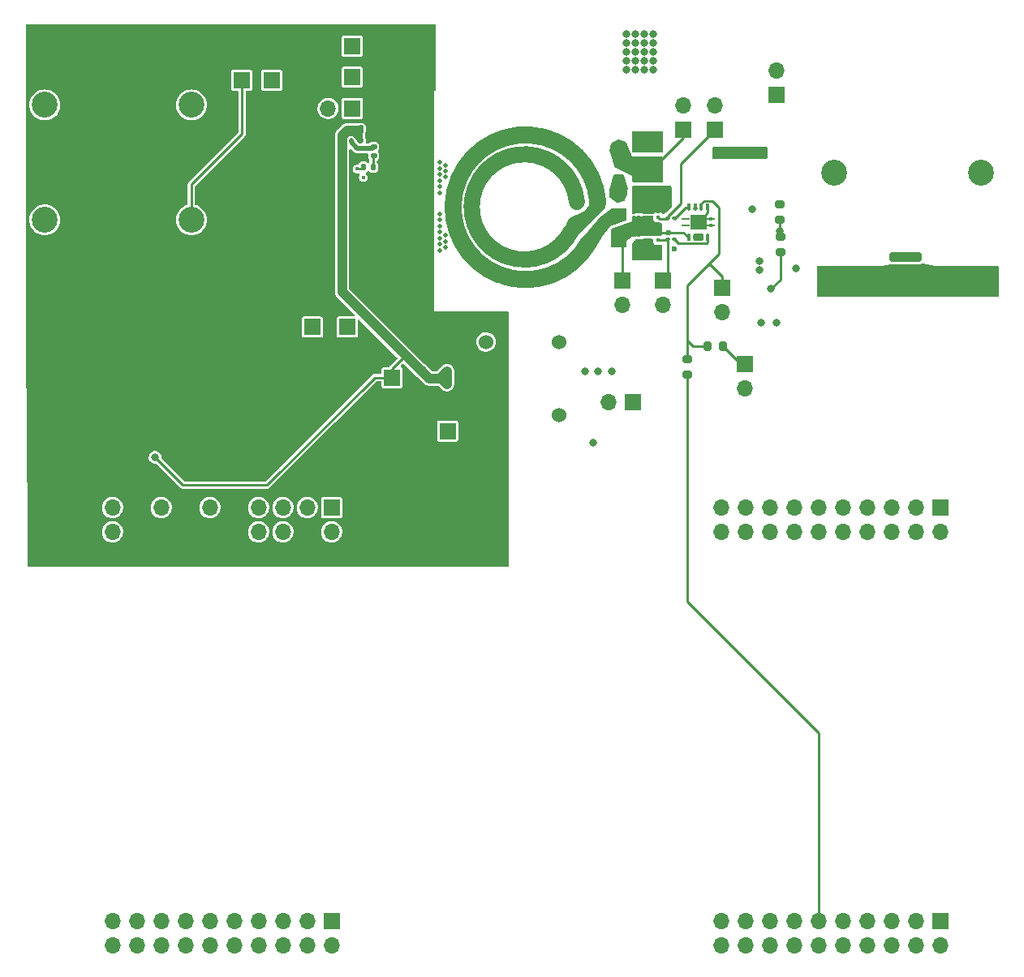
<source format=gbr>
%TF.GenerationSoftware,KiCad,Pcbnew,(6.0.1)*%
%TF.CreationDate,2023-08-02T16:38:55-05:00*%
%TF.ProjectId,board_v5,626f6172-645f-4763-952e-6b696361645f,rev?*%
%TF.SameCoordinates,Original*%
%TF.FileFunction,Copper,L4,Bot*%
%TF.FilePolarity,Positive*%
%FSLAX46Y46*%
G04 Gerber Fmt 4.6, Leading zero omitted, Abs format (unit mm)*
G04 Created by KiCad (PCBNEW (6.0.1)) date 2023-08-02 16:38:55*
%MOMM*%
%LPD*%
G01*
G04 APERTURE LIST*
G04 Aperture macros list*
%AMRoundRect*
0 Rectangle with rounded corners*
0 $1 Rounding radius*
0 $2 $3 $4 $5 $6 $7 $8 $9 X,Y pos of 4 corners*
0 Add a 4 corners polygon primitive as box body*
4,1,4,$2,$3,$4,$5,$6,$7,$8,$9,$2,$3,0*
0 Add four circle primitives for the rounded corners*
1,1,$1+$1,$2,$3*
1,1,$1+$1,$4,$5*
1,1,$1+$1,$6,$7*
1,1,$1+$1,$8,$9*
0 Add four rect primitives between the rounded corners*
20,1,$1+$1,$2,$3,$4,$5,0*
20,1,$1+$1,$4,$5,$6,$7,0*
20,1,$1+$1,$6,$7,$8,$9,0*
20,1,$1+$1,$8,$9,$2,$3,0*%
G04 Aperture macros list end*
%TA.AperFunction,ComponentPad*%
%ADD10R,1.700000X1.700000*%
%TD*%
%TA.AperFunction,ComponentPad*%
%ADD11O,1.700000X1.700000*%
%TD*%
%TA.AperFunction,ComponentPad*%
%ADD12C,1.524000*%
%TD*%
%TA.AperFunction,ComponentPad*%
%ADD13C,2.700000*%
%TD*%
%TA.AperFunction,ComponentPad*%
%ADD14C,1.700000*%
%TD*%
%TA.AperFunction,SMDPad,CuDef*%
%ADD15RoundRect,0.225000X0.250000X-0.225000X0.250000X0.225000X-0.250000X0.225000X-0.250000X-0.225000X0*%
%TD*%
%TA.AperFunction,SMDPad,CuDef*%
%ADD16RoundRect,0.100000X0.130000X0.100000X-0.130000X0.100000X-0.130000X-0.100000X0.130000X-0.100000X0*%
%TD*%
%TA.AperFunction,SMDPad,CuDef*%
%ADD17RoundRect,0.135000X-0.135000X-0.185000X0.135000X-0.185000X0.135000X0.185000X-0.135000X0.185000X0*%
%TD*%
%TA.AperFunction,SMDPad,CuDef*%
%ADD18RoundRect,0.140000X0.170000X-0.140000X0.170000X0.140000X-0.170000X0.140000X-0.170000X-0.140000X0*%
%TD*%
%TA.AperFunction,SMDPad,CuDef*%
%ADD19RoundRect,0.200000X0.275000X-0.200000X0.275000X0.200000X-0.275000X0.200000X-0.275000X-0.200000X0*%
%TD*%
%TA.AperFunction,SMDPad,CuDef*%
%ADD20RoundRect,0.218750X0.381250X-0.218750X0.381250X0.218750X-0.381250X0.218750X-0.381250X-0.218750X0*%
%TD*%
%TA.AperFunction,SMDPad,CuDef*%
%ADD21RoundRect,0.200000X-0.200000X-0.275000X0.200000X-0.275000X0.200000X0.275000X-0.200000X0.275000X0*%
%TD*%
%TA.AperFunction,SMDPad,CuDef*%
%ADD22R,0.425000X0.450000*%
%TD*%
%TA.AperFunction,SMDPad,CuDef*%
%ADD23R,1.150000X1.050000*%
%TD*%
%TA.AperFunction,SMDPad,CuDef*%
%ADD24R,0.850000X0.300000*%
%TD*%
%TA.AperFunction,SMDPad,CuDef*%
%ADD25O,0.400000X0.650000*%
%TD*%
%TA.AperFunction,SMDPad,CuDef*%
%ADD26R,0.400000X0.300000*%
%TD*%
%TA.AperFunction,SMDPad,CuDef*%
%ADD27R,0.825000X0.230000*%
%TD*%
%TA.AperFunction,SMDPad,CuDef*%
%ADD28R,1.750000X1.500000*%
%TD*%
%TA.AperFunction,SMDPad,CuDef*%
%ADD29RoundRect,0.250000X-1.450000X0.250000X-1.450000X-0.250000X1.450000X-0.250000X1.450000X0.250000X0*%
%TD*%
%TA.AperFunction,SMDPad,CuDef*%
%ADD30RoundRect,0.100000X-0.130000X-0.100000X0.130000X-0.100000X0.130000X0.100000X-0.130000X0.100000X0*%
%TD*%
%TA.AperFunction,SMDPad,CuDef*%
%ADD31RoundRect,0.200000X-0.275000X0.200000X-0.275000X-0.200000X0.275000X-0.200000X0.275000X0.200000X0*%
%TD*%
%TA.AperFunction,SMDPad,CuDef*%
%ADD32RoundRect,0.140000X-0.140000X-0.170000X0.140000X-0.170000X0.140000X0.170000X-0.140000X0.170000X0*%
%TD*%
%TA.AperFunction,ViaPad*%
%ADD33C,0.600000*%
%TD*%
%TA.AperFunction,ViaPad*%
%ADD34C,0.800000*%
%TD*%
%TA.AperFunction,ViaPad*%
%ADD35C,0.400000*%
%TD*%
%TA.AperFunction,ViaPad*%
%ADD36C,0.500000*%
%TD*%
%TA.AperFunction,ViaPad*%
%ADD37C,0.300000*%
%TD*%
%TA.AperFunction,ViaPad*%
%ADD38C,0.700000*%
%TD*%
%TA.AperFunction,Conductor*%
%ADD39C,0.250000*%
%TD*%
%TA.AperFunction,Conductor*%
%ADD40C,0.500000*%
%TD*%
%TA.AperFunction,Conductor*%
%ADD41C,0.300000*%
%TD*%
%TA.AperFunction,Conductor*%
%ADD42C,1.700000*%
%TD*%
%TA.AperFunction,Conductor*%
%ADD43C,1.750000*%
%TD*%
%TA.AperFunction,Conductor*%
%ADD44C,1.000000*%
%TD*%
G04 APERTURE END LIST*
D10*
%TO.P,Vpv,1,Pin_1*%
%TO.N,/i_in+*%
X117725000Y-41350000D03*
D11*
%TO.P,Vpv,2,Pin_2*%
%TO.N,GND*%
X117725000Y-38810000D03*
%TD*%
D10*
%TO.P,qp,1,Pin_1*%
%TO.N,/q_p*%
X125075000Y-67150000D03*
D11*
%TO.P,qp,2,Pin_2*%
%TO.N,GND*%
X125075000Y-69690000D03*
%TD*%
D10*
%TO.P,Vgl,1,Pin_1*%
%TO.N,/p_g_l*%
X129225000Y-41052499D03*
D11*
%TO.P,Vgl,2,Pin_2*%
%TO.N,GND*%
X126685000Y-41052499D03*
%TD*%
D10*
%TO.P,5V S,1,Pin_1*%
%TO.N,/5v_sec*%
X158474999Y-75000001D03*
D11*
%TO.P,5V S,2,Pin_2*%
%TO.N,GND1*%
X155934999Y-75000001D03*
%TD*%
D10*
%TO.P,J7,1,Pin_1*%
%TO.N,+5V*%
X139174999Y-78000001D03*
D11*
%TO.P,J7,2,Pin_2*%
%TO.N,GND*%
X136634999Y-78000001D03*
%TD*%
D12*
%TO.P,U9,1,0V*%
%TO.N,GND1*%
X150810000Y-76310000D03*
%TO.P,U9,2,Vin*%
%TO.N,/5v_sec*%
X150810000Y-68690000D03*
%TO.P,U9,3,Vout*%
%TO.N,/5v_iso*%
X143190000Y-68690000D03*
%TO.P,U9,4,GND*%
%TO.N,GND*%
X143190000Y-73770000D03*
%TD*%
D10*
%TO.P,Vgh,1,Pin_1*%
%TO.N,/s_g_h*%
X167070000Y-46530000D03*
D11*
%TO.P,Vgh,2,Pin_2*%
%TO.N,/x_s*%
X167070000Y-43990000D03*
%TD*%
D10*
%TO.P,qs,1,Pin_1*%
%TO.N,/q_s*%
X167840000Y-63055000D03*
D11*
%TO.P,qs,2,Pin_2*%
%TO.N,GND1*%
X167840000Y-65595000D03*
%TD*%
D10*
%TO.P,J4,a1,Pin_a1*%
%TO.N,unconnected-(J4-Pada1)*%
X127075000Y-85995000D03*
D11*
%TO.P,J4,a2,Pin_a2*%
%TO.N,unconnected-(J4-Pada2)*%
X124535000Y-85995000D03*
%TO.P,J4,a3,Pin_a3*%
%TO.N,/q_p*%
X121995000Y-85995000D03*
%TO.P,J4,a4,Pin_a4*%
%TO.N,/~{q_p}*%
X119455000Y-85995000D03*
%TO.P,J4,a5,Pin_a5*%
%TO.N,GND*%
X116915000Y-85995000D03*
%TO.P,J4,a6,Pin_a6*%
%TO.N,/V_in_low*%
X114375000Y-85995000D03*
%TO.P,J4,a7,Pin_a7*%
%TO.N,GND*%
X111835000Y-85995000D03*
%TO.P,J4,a8,Pin_a8*%
%TO.N,/V_i_sense*%
X109295000Y-85995000D03*
%TO.P,J4,a9,Pin_a9*%
%TO.N,GND*%
X106755000Y-85995000D03*
%TO.P,J4,a10,Pin_a10*%
%TO.N,unconnected-(J4-Pada10)*%
X104215000Y-85995000D03*
%TO.P,J4,b1,Pin_b1*%
%TO.N,+5V*%
X127075000Y-88535000D03*
%TO.P,J4,b2,Pin_b2*%
%TO.N,GND*%
X124535000Y-88535000D03*
%TO.P,J4,b3,Pin_b3*%
%TO.N,unconnected-(J4-Padb3)*%
X121995000Y-88535000D03*
%TO.P,J4,b4,Pin_b4*%
%TO.N,unconnected-(J4-Padb4)*%
X119455000Y-88535000D03*
%TO.P,J4,b5,Pin_b5*%
%TO.N,GND*%
X116915000Y-88535000D03*
%TO.P,J4,b6,Pin_b6*%
X114375000Y-88535000D03*
%TO.P,J4,b7,Pin_b7*%
X111835000Y-88535000D03*
%TO.P,J4,b8,Pin_b8*%
X109295000Y-88535000D03*
%TO.P,J4,b9,Pin_b9*%
X106755000Y-88535000D03*
%TO.P,J4,b10,Pin_b10*%
%TO.N,unconnected-(J4-Padb10)*%
X104215000Y-88535000D03*
%TD*%
D10*
%TO.P,Vsw,1,Pin_1*%
%TO.N,P_SW*%
X129250000Y-37794999D03*
D11*
%TO.P,Vsw,2,Pin_2*%
%TO.N,GND*%
X126710000Y-37794999D03*
%TD*%
D13*
%TO.P,J10,1,Pin_1*%
%TO.N,Net-(J10-Pad1)*%
X179500000Y-62350000D03*
X194800000Y-62350000D03*
%TD*%
D14*
%TO.P,REF\u002A\u002A,1*%
%TO.N,Net-(C10-Pad2)*%
X157050000Y-48610000D03*
%TD*%
D10*
%TO.P,Vin,1,Pin_1*%
%TO.N,V_IN*%
X120850000Y-41350000D03*
D11*
%TO.P,Vin,2,Pin_2*%
%TO.N,GND*%
X120850000Y-38810000D03*
%TD*%
D13*
%TO.P,J2,1,Pin_1*%
%TO.N,/i_in+*%
X97150000Y-55950000D03*
X112450000Y-55950000D03*
%TD*%
D10*
%TO.P,TP10,1,Pin_1*%
%TO.N,/q_s_iso*%
X170200000Y-70975000D03*
D11*
%TO.P,TP10,2,Pin_2*%
%TO.N,GND1*%
X170200000Y-73515000D03*
%TD*%
D10*
%TO.P,Vgl,1,Pin_1*%
%TO.N,/s_g_l*%
X161630000Y-62300000D03*
D11*
%TO.P,Vgl,2,Pin_2*%
%TO.N,GND1*%
X161630000Y-64840000D03*
%TD*%
D10*
%TO.P,J6,a1,Pin_a1*%
%TO.N,unconnected-(J6-Pada1)*%
X127075000Y-129195000D03*
D11*
%TO.P,J6,a2,Pin_a2*%
%TO.N,unconnected-(J6-Pada2)*%
X124535000Y-129195000D03*
%TO.P,J6,a3,Pin_a3*%
%TO.N,unconnected-(J6-Pada3)*%
X121995000Y-129195000D03*
%TO.P,J6,a4,Pin_a4*%
%TO.N,unconnected-(J6-Pada4)*%
X119455000Y-129195000D03*
%TO.P,J6,a5,Pin_a5*%
%TO.N,unconnected-(J6-Pada5)*%
X116915000Y-129195000D03*
%TO.P,J6,a6,Pin_a6*%
%TO.N,unconnected-(J6-Pada6)*%
X114375000Y-129195000D03*
%TO.P,J6,a7,Pin_a7*%
%TO.N,unconnected-(J6-Pada7)*%
X111835000Y-129195000D03*
%TO.P,J6,a8,Pin_a8*%
%TO.N,unconnected-(J6-Pada8)*%
X109295000Y-129195000D03*
%TO.P,J6,a9,Pin_a9*%
%TO.N,unconnected-(J6-Pada9)*%
X106755000Y-129195000D03*
%TO.P,J6,a10,Pin_a10*%
%TO.N,unconnected-(J6-Pada10)*%
X104215000Y-129195000D03*
%TO.P,J6,b1,Pin_b1*%
%TO.N,GND*%
X127075000Y-131735000D03*
%TO.P,J6,b2,Pin_b2*%
%TO.N,unconnected-(J6-Padb2)*%
X124535000Y-131735000D03*
%TO.P,J6,b3,Pin_b3*%
%TO.N,unconnected-(J6-Padb3)*%
X121995000Y-131735000D03*
%TO.P,J6,b4,Pin_b4*%
%TO.N,unconnected-(J6-Padb4)*%
X119455000Y-131735000D03*
%TO.P,J6,b5,Pin_b5*%
%TO.N,unconnected-(J6-Padb5)*%
X116915000Y-131735000D03*
%TO.P,J6,b6,Pin_b6*%
%TO.N,unconnected-(J6-Padb6)*%
X114375000Y-131735000D03*
%TO.P,J6,b7,Pin_b7*%
%TO.N,unconnected-(J6-Padb7)*%
X111835000Y-131735000D03*
%TO.P,J6,b8,Pin_b8*%
%TO.N,unconnected-(J6-Padb8)*%
X109295000Y-131735000D03*
%TO.P,J6,b9,Pin_b9*%
%TO.N,unconnected-(J6-Padb9)*%
X106755000Y-131735000D03*
%TO.P,J6,b10,Pin_b10*%
%TO.N,unconnected-(J6-Padb10)*%
X104215000Y-131735000D03*
%TD*%
D13*
%TO.P,J1,1,Pin_1*%
%TO.N,V_IN*%
X97150000Y-43950000D03*
X112450000Y-43950000D03*
%TD*%
D10*
%TO.P,Vout,1,Pin_1*%
%TO.N,V_OUT*%
X173482000Y-42926000D03*
D11*
%TO.P,Vout,2,Pin_2*%
%TO.N,GND1*%
X173482000Y-40386000D03*
%TD*%
D10*
%TO.P,Vgh,1,Pin_1*%
%TO.N,/p_g_h*%
X129250000Y-44310000D03*
D11*
%TO.P,Vgh,2,Pin_2*%
%TO.N,P_SW*%
X126710000Y-44310000D03*
%TD*%
D10*
%TO.P,J3,a1,Pin_a1*%
%TO.N,unconnected-(J3-Pada1)*%
X190575000Y-85995000D03*
D11*
%TO.P,J3,a2,Pin_a2*%
%TO.N,unconnected-(J3-Pada2)*%
X188035000Y-85995000D03*
%TO.P,J3,a3,Pin_a3*%
%TO.N,unconnected-(J3-Pada3)*%
X185495000Y-85995000D03*
%TO.P,J3,a4,Pin_a4*%
%TO.N,unconnected-(J3-Pada4)*%
X182955000Y-85995000D03*
%TO.P,J3,a5,Pin_a5*%
%TO.N,GND*%
X180415000Y-85995000D03*
%TO.P,J3,a6,Pin_a6*%
%TO.N,unconnected-(J3-Pada6)*%
X177875000Y-85995000D03*
%TO.P,J3,a7,Pin_a7*%
%TO.N,GND*%
X175335000Y-85995000D03*
%TO.P,J3,a8,Pin_a8*%
%TO.N,/Vout_low*%
X172795000Y-85995000D03*
%TO.P,J3,a9,Pin_a9*%
%TO.N,GND*%
X170255000Y-85995000D03*
%TO.P,J3,a10,Pin_a10*%
%TO.N,unconnected-(J3-Pada10)*%
X167715000Y-85995000D03*
%TO.P,J3,b1,Pin_b1*%
%TO.N,+5V*%
X190575000Y-88535000D03*
%TO.P,J3,b2,Pin_b2*%
%TO.N,GND*%
X188035000Y-88535000D03*
%TO.P,J3,b3,Pin_b3*%
%TO.N,unconnected-(J3-Padb3)*%
X185495000Y-88535000D03*
%TO.P,J3,b4,Pin_b4*%
%TO.N,unconnected-(J3-Padb4)*%
X182955000Y-88535000D03*
%TO.P,J3,b5,Pin_b5*%
%TO.N,GND*%
X180415000Y-88535000D03*
%TO.P,J3,b6,Pin_b6*%
X177875000Y-88535000D03*
%TO.P,J3,b7,Pin_b7*%
X175335000Y-88535000D03*
%TO.P,J3,b8,Pin_b8*%
X172795000Y-88535000D03*
%TO.P,J3,b9,Pin_b9*%
X170255000Y-88535000D03*
%TO.P,J3,b10,Pin_b10*%
%TO.N,unconnected-(J3-Padb10)*%
X167715000Y-88535000D03*
%TD*%
D10*
%TO.P,5V P,1,Pin_1*%
%TO.N,/5V_primary*%
X133400000Y-72425000D03*
D11*
%TO.P,5V P,2,Pin_2*%
%TO.N,GND*%
X133400000Y-74965000D03*
%TD*%
D10*
%TO.P,J5,a1,Pin_a1*%
%TO.N,unconnected-(J5-Pada1)*%
X190570000Y-129190000D03*
D11*
%TO.P,J5,a2,Pin_a2*%
%TO.N,unconnected-(J5-Pada2)*%
X188030000Y-129190000D03*
%TO.P,J5,a3,Pin_a3*%
%TO.N,unconnected-(J5-Pada3)*%
X185490000Y-129190000D03*
%TO.P,J5,a4,Pin_a4*%
%TO.N,unconnected-(J5-Pada4)*%
X182950000Y-129190000D03*
%TO.P,J5,a5,Pin_a5*%
%TO.N,/~{q_s}*%
X180410000Y-129190000D03*
%TO.P,J5,a6,Pin_a6*%
%TO.N,/q_s_mcu*%
X177870000Y-129190000D03*
%TO.P,J5,a7,Pin_a7*%
%TO.N,unconnected-(J5-Pada7)*%
X175330000Y-129190000D03*
%TO.P,J5,a8,Pin_a8*%
%TO.N,unconnected-(J5-Pada8)*%
X172790000Y-129190000D03*
%TO.P,J5,a9,Pin_a9*%
%TO.N,unconnected-(J5-Pada9)*%
X170250000Y-129190000D03*
%TO.P,J5,a10,Pin_a10*%
%TO.N,unconnected-(J5-Pada10)*%
X167710000Y-129190000D03*
%TO.P,J5,b1,Pin_b1*%
%TO.N,GND*%
X190570000Y-131730000D03*
%TO.P,J5,b2,Pin_b2*%
%TO.N,unconnected-(J5-Padb2)*%
X188030000Y-131730000D03*
%TO.P,J5,b3,Pin_b3*%
%TO.N,unconnected-(J5-Padb3)*%
X185490000Y-131730000D03*
%TO.P,J5,b4,Pin_b4*%
%TO.N,unconnected-(J5-Padb4)*%
X182950000Y-131730000D03*
%TO.P,J5,b5,Pin_b5*%
%TO.N,unconnected-(J5-Padb5)*%
X180410000Y-131730000D03*
%TO.P,J5,b6,Pin_b6*%
%TO.N,unconnected-(J5-Padb6)*%
X177870000Y-131730000D03*
%TO.P,J5,b7,Pin_b7*%
%TO.N,unconnected-(J5-Padb7)*%
X175330000Y-131730000D03*
%TO.P,J5,b8,Pin_b8*%
%TO.N,unconnected-(J5-Padb8)*%
X172790000Y-131730000D03*
%TO.P,J5,b9,Pin_b9*%
%TO.N,unconnected-(J5-Padb9)*%
X170250000Y-131730000D03*
%TO.P,J5,b10,Pin_b10*%
%TO.N,unconnected-(J5-Padb10)*%
X167710000Y-131730000D03*
%TD*%
D13*
%TO.P,J8,1,Pin_1*%
%TO.N,V_OUT*%
X194818000Y-51054000D03*
X179518000Y-51054000D03*
%TD*%
D14*
%TO.P,REF\u002A\u002A,1*%
%TO.N,S_SW*%
X157050000Y-53150000D03*
%TD*%
D10*
%TO.P,Vsw,1,Pin_1*%
%TO.N,/x_s*%
X157400000Y-62300000D03*
D11*
%TO.P,Vsw,2,Pin_2*%
%TO.N,GND1*%
X157400000Y-64840000D03*
%TD*%
D13*
%TO.P,J9,1,Pin_1*%
%TO.N,GND*%
X97150000Y-67800000D03*
X112450000Y-67800000D03*
%TD*%
D10*
%TO.P,Vc,1,Pin_1*%
%TO.N,P_SW*%
X128700000Y-67150000D03*
D11*
%TO.P,Vc,2,Pin_2*%
%TO.N,GND*%
X128700000Y-69690000D03*
%TD*%
D10*
%TO.P,Vc,1,Pin_1*%
%TO.N,Net-(C10-Pad2)*%
X163750000Y-46530000D03*
D11*
%TO.P,Vc,2,Pin_2*%
%TO.N,GND1*%
X163750000Y-43990000D03*
%TD*%
D15*
%TO.P,C16,1*%
%TO.N,Net-(C10-Pad2)*%
X160920000Y-49895000D03*
%TO.P,C16,2*%
%TO.N,GND1*%
X160920000Y-48345000D03*
%TD*%
D16*
%TO.P,R22,1*%
%TO.N,S_G_H*%
X162795000Y-55770000D03*
%TO.P,R22,2*%
%TO.N,/s_g_h*%
X162155000Y-55770000D03*
%TD*%
D17*
%TO.P,R1,1*%
%TO.N,Net-(R1-Pad1)*%
X130394520Y-50445000D03*
%TO.P,R1,2*%
%TO.N,Net-(C4-Pad1)*%
X131414520Y-50445000D03*
%TD*%
D18*
%TO.P,C4,1*%
%TO.N,Net-(C4-Pad1)*%
X131474520Y-49275000D03*
%TO.P,C4,2*%
%TO.N,P_SW*%
X131474520Y-48315000D03*
%TD*%
D19*
%TO.P,R7,1*%
%TO.N,S_SW*%
X157040000Y-51670000D03*
%TO.P,R7,2*%
%TO.N,Net-(C10-Pad2)*%
X157040000Y-50020000D03*
%TD*%
D20*
%TO.P,Llk1,1,1*%
%TO.N,/x_s*%
X157030000Y-57525000D03*
%TO.P,Llk1,2,2*%
%TO.N,S_SW*%
X157030000Y-55400000D03*
%TD*%
D15*
%TO.P,C10,1*%
%TO.N,V_OUT*%
X160920000Y-53018000D03*
%TO.P,C10,2*%
%TO.N,Net-(C10-Pad2)*%
X160920000Y-51468000D03*
%TD*%
D21*
%TO.P,R13,1*%
%TO.N,Net-(R12-Pad1)*%
X166275000Y-69150000D03*
%TO.P,R13,2*%
%TO.N,/q_s_iso*%
X167925000Y-69150000D03*
%TD*%
D22*
%TO.P,U4,1,D*%
%TO.N,/x_s*%
X161140000Y-56820000D03*
%TO.P,U4,2,D*%
X161140000Y-57470000D03*
%TO.P,U4,3,G*%
%TO.N,/s_g_l*%
X161140000Y-58070000D03*
%TO.P,U4,4,S*%
%TO.N,GND1*%
X159140000Y-58120000D03*
%TO.P,U4,5,D*%
%TO.N,/x_s*%
X159140000Y-57520000D03*
%TO.P,U4,6,D*%
X159140000Y-56870000D03*
D23*
%TO.P,U4,7,D*%
X160140000Y-57120000D03*
D24*
%TO.P,U4,8,S*%
%TO.N,GND1*%
X160140000Y-58120000D03*
%TD*%
D15*
%TO.P,C11,1*%
%TO.N,Net-(C10-Pad2)*%
X159120000Y-49895000D03*
%TO.P,C11,2*%
%TO.N,GND1*%
X159120000Y-48345000D03*
%TD*%
D25*
%TO.P,U8,1,UGATE*%
%TO.N,S_G_H*%
X164365000Y-54630000D03*
D26*
X164365000Y-54430000D03*
%TO.P,U8,2,BOOT*%
%TO.N,Net-(R6-Pad1)*%
X165015000Y-54430000D03*
D25*
X165015000Y-54630000D03*
%TO.P,U8,3,PWM*%
%TO.N,Net-(R12-Pad1)*%
X165665000Y-54630000D03*
D26*
X165665000Y-54430000D03*
D25*
%TO.P,U8,4,GND*%
%TO.N,GND1*%
X166315000Y-54630000D03*
D26*
X166315000Y-54430000D03*
%TO.P,U8,5,LGATE*%
%TO.N,S_G_L*%
X166315000Y-57930000D03*
D25*
X166315000Y-57730000D03*
%TO.P,U8,6,VDD*%
%TO.N,/5v_sec*%
X165665000Y-57730000D03*
D26*
X165665000Y-57930000D03*
D25*
%TO.P,U8,7,EN/PG*%
X165015000Y-57730000D03*
D26*
X165015000Y-57930000D03*
D25*
%TO.P,U8,8,PHASE*%
%TO.N,/x_s*%
X164365000Y-57730000D03*
D26*
X164365000Y-57930000D03*
D27*
%TO.P,U8,9,PAD*%
%TO.N,GND1*%
X164060000Y-56500000D03*
X166619753Y-55860000D03*
D28*
X165340000Y-56180000D03*
D27*
X164059753Y-55860000D03*
X166620000Y-56500000D03*
%TD*%
D22*
%TO.P,U3,1,D*%
%TO.N,V_OUT*%
X161140000Y-54420000D03*
%TO.P,U3,2,D*%
X161140000Y-55070000D03*
%TO.P,U3,3,G*%
%TO.N,/s_g_h*%
X161140000Y-55670000D03*
%TO.P,U3,4,S*%
%TO.N,/x_s*%
X159140000Y-55720000D03*
%TO.P,U3,5,D*%
%TO.N,V_OUT*%
X159140000Y-55120000D03*
%TO.P,U3,6,D*%
X159140000Y-54470000D03*
D23*
%TO.P,U3,7,D*%
X160140000Y-54720000D03*
D24*
%TO.P,U3,8,S*%
%TO.N,/x_s*%
X160140000Y-55720000D03*
%TD*%
D29*
%TO.P,R14,1*%
%TO.N,GND1*%
X186944000Y-59822000D03*
%TO.P,R14,2*%
%TO.N,Net-(J10-Pad1)*%
X186944000Y-61322000D03*
%TD*%
D30*
%TO.P,R4,1*%
%TO.N,/s_g_l*%
X162155000Y-57983000D03*
%TO.P,R4,2*%
%TO.N,S_G_L*%
X162795000Y-57983000D03*
%TD*%
D15*
%TO.P,C15,1*%
%TO.N,V_OUT*%
X159120000Y-53018000D03*
%TO.P,C15,2*%
%TO.N,Net-(C10-Pad2)*%
X159120000Y-51468000D03*
%TD*%
D31*
%TO.P,R18,1*%
%TO.N,GND1*%
X173840000Y-54307500D03*
%TO.P,R18,2*%
%TO.N,Net-(R17-Pad1)*%
X173840000Y-55957500D03*
%TD*%
%TO.P,R12,1*%
%TO.N,Net-(R12-Pad1)*%
X164180000Y-70490000D03*
%TO.P,R12,2*%
%TO.N,/q_s_mcu*%
X164180000Y-72140000D03*
%TD*%
D32*
%TO.P,C1,1*%
%TO.N,/5V_primary*%
X130145000Y-46400000D03*
%TO.P,C1,2*%
%TO.N,GND*%
X131105000Y-46400000D03*
%TD*%
D31*
%TO.P,R17,1*%
%TO.N,Net-(R17-Pad1)*%
X173900000Y-57712500D03*
%TO.P,R17,2*%
%TO.N,/5v_buck*%
X173900000Y-59362500D03*
%TD*%
D33*
%TO.N,GND*%
X132845000Y-43295000D03*
X114600000Y-71200000D03*
X116450000Y-74725000D03*
X132900000Y-64430000D03*
X136700000Y-65155000D03*
X137400000Y-45620000D03*
X114600000Y-64900000D03*
X137400000Y-44020000D03*
X118000000Y-62100000D03*
D34*
X137025000Y-38295000D03*
D33*
X135125000Y-44020000D03*
X109950000Y-78700000D03*
X132900000Y-65880000D03*
X118000000Y-69100000D03*
X113467778Y-77182225D03*
X113995989Y-74505934D03*
X116455000Y-76110000D03*
X134350000Y-43295000D03*
X116450000Y-65625000D03*
X118000000Y-63500000D03*
X116450000Y-58625000D03*
X116450000Y-60025000D03*
X116455000Y-75410000D03*
X114600000Y-62800000D03*
X118005000Y-76785000D03*
X118005000Y-76085000D03*
X118000000Y-66300000D03*
X134350000Y-45620000D03*
X118000000Y-71200000D03*
X111500000Y-79150000D03*
X118000000Y-71900000D03*
X135925000Y-65880000D03*
X116450000Y-71925000D03*
X136650000Y-43295000D03*
X135175000Y-64430000D03*
D34*
X134225000Y-36395000D03*
D33*
X118000000Y-74000000D03*
X135175000Y-65155000D03*
X114600000Y-58600000D03*
X135925000Y-65155000D03*
X116450000Y-59325000D03*
X114600000Y-69100000D03*
X118000000Y-64900000D03*
X111442321Y-77073745D03*
D34*
X123060000Y-47000000D03*
D33*
X118005000Y-77485000D03*
X116455000Y-79610000D03*
X118005000Y-81685000D03*
X116450000Y-68425000D03*
D34*
X126150000Y-47000000D03*
D33*
X116450000Y-71225000D03*
X118005000Y-79585000D03*
X135130000Y-44905000D03*
X135875000Y-43295000D03*
D34*
X135175000Y-36395000D03*
X136125000Y-39195000D03*
D33*
X136655000Y-44905000D03*
D34*
X137175000Y-67375000D03*
D33*
X136650000Y-44020000D03*
X133650000Y-65155000D03*
X114047604Y-76588254D03*
X135875000Y-45620000D03*
X118005000Y-80985000D03*
X134425000Y-64430000D03*
X116450000Y-61425000D03*
X134425000Y-65880000D03*
X114600000Y-60700000D03*
X135880000Y-44905000D03*
X118000000Y-59300000D03*
X118000000Y-69800000D03*
X111991946Y-78658058D03*
X116450000Y-70525000D03*
D34*
X134225000Y-39195000D03*
D33*
X136700000Y-64430000D03*
D35*
X130564520Y-49315000D03*
D34*
X137025000Y-37345000D03*
D33*
X137400000Y-43295000D03*
X116450000Y-69125000D03*
X116450000Y-62825000D03*
X134355000Y-44905000D03*
D34*
X137025000Y-36395000D03*
D33*
X116455000Y-78910000D03*
X110950000Y-79650000D03*
X114600000Y-72600000D03*
X133650000Y-64430000D03*
X114600000Y-69800000D03*
X118000000Y-68400000D03*
D34*
X136125000Y-40145000D03*
D33*
X116450000Y-62125000D03*
X137450000Y-65880000D03*
X118005000Y-80285000D03*
X118000000Y-65600000D03*
X135125000Y-45620000D03*
X116455000Y-76810000D03*
X118000000Y-61400000D03*
X134350000Y-44020000D03*
X118005000Y-75385000D03*
X116450000Y-67025000D03*
X135175000Y-65880000D03*
D34*
X122030000Y-47000000D03*
D33*
X118005000Y-78185000D03*
X116450000Y-73325000D03*
X114600000Y-65600000D03*
X118000000Y-67000000D03*
X135925000Y-64430000D03*
X133600000Y-44020000D03*
X116450000Y-64225000D03*
X137450000Y-64430000D03*
X114600000Y-67700000D03*
X137405000Y-44905000D03*
D34*
X137025000Y-39195000D03*
D33*
X115037556Y-75598307D03*
X116455000Y-77510000D03*
X110950379Y-77565685D03*
X135175000Y-64430000D03*
X110458433Y-78057627D03*
X114600000Y-63500000D03*
X112483888Y-78166118D03*
X133650000Y-65880000D03*
X132900000Y-65155000D03*
X112426211Y-76089852D03*
X114490965Y-74010961D03*
X116450000Y-60725000D03*
X114600000Y-73300000D03*
X114600000Y-68400000D03*
X136700000Y-65880000D03*
X112975834Y-77674175D03*
D34*
X135175000Y-40145000D03*
D33*
X116450000Y-67725000D03*
X114600000Y-60000000D03*
X118000000Y-72600000D03*
D34*
X135730000Y-67375000D03*
X136125000Y-37345000D03*
D33*
X116450000Y-63525000D03*
X118000000Y-64200000D03*
X118000000Y-67700000D03*
X114600000Y-71900000D03*
X132845000Y-44020000D03*
X116450000Y-66325000D03*
X116450000Y-72625000D03*
X114600000Y-66300000D03*
X114600000Y-61400000D03*
X135875000Y-44020000D03*
X118000000Y-60000000D03*
X118005000Y-78885000D03*
X118000000Y-60700000D03*
X113006037Y-75495881D03*
X116455000Y-74710000D03*
X137450000Y-65155000D03*
D34*
X136125000Y-36395000D03*
X121000000Y-47000000D03*
D35*
X130064520Y-49535000D03*
D33*
X118005000Y-82385000D03*
X118000000Y-58600000D03*
X114600000Y-59300000D03*
X135125000Y-43295000D03*
D34*
X135175000Y-37345000D03*
D33*
X114542581Y-76093279D03*
X136650000Y-45620000D03*
D34*
X137025000Y-40145000D03*
X134225000Y-37345000D03*
X124090000Y-47000000D03*
D33*
X118000000Y-70500000D03*
X111934267Y-76581802D03*
X115532532Y-75103334D03*
X118000000Y-73300000D03*
D34*
X135175000Y-38295000D03*
X134225000Y-38295000D03*
D33*
X116450000Y-74025000D03*
D35*
X129494520Y-49315000D03*
D33*
X114600000Y-70500000D03*
X116455000Y-78210000D03*
D34*
X134225000Y-40145000D03*
X138500000Y-67375000D03*
D33*
X134425000Y-65155000D03*
X114600000Y-67000000D03*
D34*
X125120000Y-47000000D03*
D33*
X109458054Y-79191943D03*
X114600000Y-62100000D03*
X118000000Y-62800000D03*
X116450000Y-64925000D03*
X118000000Y-74700000D03*
D34*
X136125000Y-38295000D03*
X135175000Y-39195000D03*
D33*
X116450000Y-69825000D03*
X113501014Y-75000906D03*
X114600000Y-64200000D03*
X133600000Y-43295000D03*
D36*
%TO.N,P_SW*%
X138380000Y-49950000D03*
X138925000Y-58850000D03*
X138975000Y-50825000D03*
X138380000Y-53110000D03*
X138350000Y-55329000D03*
X138925000Y-57586000D03*
X138975000Y-50225000D03*
X138380000Y-51214000D03*
X138380000Y-50582000D03*
X138350000Y-57225000D03*
D37*
X129114520Y-47665000D03*
D36*
X138975000Y-51475000D03*
X138350000Y-58489000D03*
X138380000Y-51846000D03*
D37*
X131504520Y-48285000D03*
D36*
X138350000Y-55961000D03*
X138350000Y-59150000D03*
X138380000Y-52478000D03*
X138925000Y-58218000D03*
X138350000Y-56593000D03*
X138350000Y-57857000D03*
D34*
%TO.N,S_SW*%
X152350000Y-54150000D03*
D33*
%TO.N,GND1*%
X159615000Y-47745000D03*
X158895000Y-59850000D03*
D34*
X170225000Y-48925000D03*
X171750000Y-60217500D03*
X188094002Y-59771997D03*
X159725000Y-36550000D03*
D33*
X161140000Y-47745000D03*
X159615000Y-48470000D03*
D34*
X186906501Y-59772003D03*
D33*
X159645000Y-58400000D03*
X158895000Y-59125000D03*
X158865000Y-47745000D03*
D34*
X157825000Y-38400000D03*
D33*
X159645000Y-59850000D03*
X160370000Y-58400000D03*
D34*
X158775000Y-36550000D03*
X160625000Y-36550000D03*
X172125000Y-48925000D03*
X185718994Y-59772003D03*
X157825000Y-36550000D03*
D33*
X161140000Y-47020000D03*
D34*
X154900000Y-71750000D03*
D33*
X160420000Y-59125000D03*
D34*
X159725000Y-38400000D03*
X159725000Y-37500000D03*
X158775000Y-39350000D03*
D33*
X161170000Y-59850000D03*
D34*
X158775000Y-38400000D03*
X175500000Y-61050000D03*
D35*
X166610000Y-55870000D03*
D34*
X158775000Y-40300000D03*
X171850000Y-66700000D03*
X160625000Y-37500000D03*
X160625000Y-40300000D03*
D33*
X159645000Y-59125000D03*
X161170000Y-59125000D03*
D34*
X159725000Y-40300000D03*
X159725000Y-39350000D03*
D35*
X165690000Y-55690000D03*
D33*
X158895000Y-58400000D03*
X160390000Y-47745000D03*
D35*
X166640000Y-56490000D03*
D34*
X170930000Y-54807500D03*
D33*
X158865000Y-48470000D03*
D35*
X165870000Y-56180000D03*
X165360000Y-56710000D03*
D34*
X157825000Y-40300000D03*
X171750000Y-61167500D03*
X173850000Y-54330000D03*
D33*
X159615000Y-47020000D03*
D34*
X169275000Y-48925000D03*
D33*
X160390000Y-47020000D03*
D34*
X156300000Y-71800000D03*
D33*
X160420000Y-59850000D03*
D34*
X160625000Y-38400000D03*
X153550000Y-71750000D03*
D33*
X162830000Y-59010000D03*
D34*
X171175000Y-48925000D03*
D33*
X158865000Y-47020000D03*
X161140000Y-48470000D03*
D34*
X167375000Y-48925000D03*
X157825000Y-37500000D03*
X157825000Y-39350000D03*
X168325000Y-48925000D03*
X160625000Y-39350000D03*
D33*
X160390000Y-48470000D03*
D34*
X158775000Y-37500000D03*
X173500000Y-66700000D03*
%TO.N,+5V*%
X154390000Y-79260000D03*
D35*
%TO.N,Net-(R1-Pad1)*%
X129724520Y-50645000D03*
D34*
%TO.N,V_OUT*%
X162090000Y-52868000D03*
X162090000Y-53768000D03*
X162090000Y-54580000D03*
D35*
%TO.N,/q_p*%
X130394520Y-51505000D03*
D33*
%TO.N,/x_s*%
X162215000Y-57253000D03*
%TO.N,/5v_sec*%
X165340000Y-57740000D03*
D34*
%TO.N,Net-(R17-Pad1)*%
X173800000Y-57107500D03*
D36*
%TO.N,Net-(R6-Pad1)*%
X165000000Y-54786000D03*
D34*
%TO.N,/5V_primary*%
X108650000Y-80750000D03*
X139100000Y-73099998D03*
D38*
X130084520Y-47675000D03*
D34*
X139100001Y-71750000D03*
X138250000Y-72500000D03*
%TO.N,/5v_buck*%
X172950000Y-63150000D03*
%TD*%
D39*
%TO.N,/i_in+*%
X112450000Y-52250000D02*
X112450000Y-55950000D01*
X117725000Y-46975000D02*
X112450000Y-52250000D01*
X117725000Y-41350000D02*
X117725000Y-46975000D01*
%TO.N,Net-(C4-Pad1)*%
X131414520Y-49335000D02*
X131474520Y-49275000D01*
X131414520Y-50445000D02*
X131414520Y-49335000D01*
D40*
%TO.N,P_SW*%
X129114520Y-47665000D02*
X129114520Y-47838707D01*
X131315009Y-48474511D02*
X131474520Y-48315000D01*
X129750324Y-48474511D02*
X131315009Y-48474511D01*
X129114520Y-47838707D02*
X129750324Y-48474511D01*
D41*
%TO.N,S_SW*%
X153889999Y-55330000D02*
X154020000Y-55330000D01*
X154843883Y-54506117D02*
X154843883Y-54020298D01*
D39*
X154850489Y-57149511D02*
X155550000Y-56450000D01*
D41*
X154020000Y-55330000D02*
X154843883Y-54506117D01*
X152059999Y-57160000D02*
X153889999Y-55330000D01*
D42*
X152668040Y-54076823D02*
G75*
G03*
X152059998Y-57160000I-5475171J-521771D01*
G01*
D43*
X154843882Y-54020298D02*
G75*
G03*
X153887835Y-58360000I-7534442J-615305D01*
G01*
D39*
%TO.N,GND1*%
X166315000Y-55205000D02*
X165340000Y-56180000D01*
X166315000Y-54630000D02*
X166315000Y-55205000D01*
%TO.N,Net-(R1-Pad1)*%
X129724520Y-50645000D02*
X130194520Y-50645000D01*
X130194520Y-50645000D02*
X130394520Y-50445000D01*
%TO.N,S_G_H*%
X164365000Y-54630000D02*
X163998000Y-54630000D01*
X163998000Y-54630000D02*
X162795000Y-55833000D01*
%TO.N,S_G_L*%
X162795000Y-57983000D02*
X162873000Y-57983000D01*
X166315000Y-57930000D02*
X166315000Y-58279022D01*
X166189022Y-58405000D02*
X163295000Y-58405000D01*
X162873000Y-57983000D02*
X163275000Y-58385000D01*
X166315000Y-58279022D02*
X166189022Y-58405000D01*
X163295000Y-58405000D02*
X163275000Y-58385000D01*
%TO.N,V_OUT*%
X161065000Y-55068000D02*
X160615000Y-54618000D01*
%TO.N,/s_g_l*%
X161630000Y-62300000D02*
X162155000Y-61775000D01*
X161140000Y-58070000D02*
X162068000Y-58070000D01*
X162068000Y-58070000D02*
X162155000Y-57983000D01*
X162155000Y-61775000D02*
X162155000Y-57983000D01*
%TO.N,/s_g_h*%
X161303000Y-55833000D02*
X161140000Y-55670000D01*
X162155000Y-55833000D02*
X161303000Y-55833000D01*
X162155000Y-55770000D02*
X162155000Y-55579639D01*
X163510000Y-54224639D02*
X163510000Y-50090000D01*
X162155000Y-55642639D02*
X162155000Y-55833000D01*
X163510000Y-50090000D02*
X167070000Y-46530000D01*
X162155000Y-55579639D02*
X163510000Y-54224639D01*
%TO.N,/x_s*%
X157400000Y-62300000D02*
X157400000Y-57895000D01*
X160310000Y-56950000D02*
X160140000Y-57120000D01*
X161383000Y-57253000D02*
X161080000Y-56950000D01*
X163802989Y-57253000D02*
X164279989Y-57730000D01*
X162215000Y-57253000D02*
X161383000Y-57253000D01*
X161080000Y-56950000D02*
X160310000Y-56950000D01*
X164279989Y-57730000D02*
X164365000Y-57730000D01*
X157400000Y-57895000D02*
X157030000Y-57525000D01*
X162215000Y-57253000D02*
X163802989Y-57253000D01*
%TO.N,/q_s_mcu*%
X177870000Y-129190000D02*
X177870000Y-109520000D01*
X164180000Y-95830000D02*
X164315000Y-95965000D01*
X177870000Y-109520000D02*
X164315000Y-95965000D01*
X164315000Y-95965000D02*
X164174511Y-95824511D01*
X164180000Y-72140000D02*
X164180000Y-95830000D01*
%TO.N,/5v_sec*%
X165215000Y-57930000D02*
X165015000Y-57730000D01*
X165665000Y-57930000D02*
X165215000Y-57930000D01*
%TO.N,/q_s_iso*%
X170200000Y-70975000D02*
X169750000Y-70975000D01*
X169750000Y-70975000D02*
X167925000Y-69150000D01*
%TO.N,Net-(R17-Pad1)*%
X173900000Y-57207500D02*
X173800000Y-57107500D01*
X173840000Y-55957500D02*
X173840000Y-57067500D01*
X173840000Y-57067500D02*
X173800000Y-57107500D01*
X173900000Y-57712500D02*
X173900000Y-57207500D01*
%TO.N,Net-(R12-Pad1)*%
X166275000Y-69150000D02*
X164810000Y-69150000D01*
X164180000Y-68520000D02*
X164180000Y-62820000D01*
X165665000Y-54630000D02*
X165665000Y-54275000D01*
X167850000Y-63075000D02*
X167850000Y-61850000D01*
X164180000Y-70490000D02*
X164180000Y-68960000D01*
X166839511Y-53955489D02*
X165974511Y-53955489D01*
X165665000Y-54275000D02*
X165660000Y-54270000D01*
X167530000Y-59470000D02*
X167530000Y-54645978D01*
X168050000Y-62650000D02*
X168020000Y-62620000D01*
X164180000Y-68960000D02*
X164180000Y-68520000D01*
X166680000Y-60680000D02*
X166380000Y-60680000D01*
X167850000Y-61850000D02*
X166925000Y-60925000D01*
X164810000Y-69150000D02*
X164180000Y-68520000D01*
X167530000Y-54645978D02*
X166839511Y-53955489D01*
X166680000Y-60680000D02*
X166925000Y-60925000D01*
X164180000Y-62820000D02*
X167530000Y-59470000D01*
X165974511Y-53955489D02*
X165660000Y-54270000D01*
D40*
%TO.N,/5V_primary*%
X129872500Y-46672500D02*
X130145000Y-46400000D01*
X128415000Y-47375250D02*
X128824770Y-46965480D01*
X128824770Y-46965480D02*
X129404270Y-46965480D01*
D44*
X136475000Y-71700000D02*
X136400000Y-71700000D01*
X129800000Y-46600000D02*
X129872500Y-46672500D01*
D39*
X108650000Y-80750000D02*
X111550000Y-83650000D01*
D44*
X136375000Y-71700000D02*
X136450000Y-71700000D01*
D40*
X130084520Y-47645730D02*
X129404270Y-46965480D01*
D39*
X133400000Y-71500000D02*
X134787500Y-70112500D01*
X111550000Y-83650000D02*
X120350000Y-83650000D01*
D44*
X136450000Y-71700000D02*
X137250000Y-72500000D01*
D40*
X128415000Y-63740000D02*
X128415000Y-47375250D01*
D44*
X138500002Y-72500000D02*
X139100000Y-73099998D01*
D40*
X130084520Y-47675000D02*
X130084520Y-47645730D01*
X136375000Y-71700000D02*
X128415000Y-63740000D01*
D39*
X133400000Y-72425000D02*
X133400000Y-71500000D01*
X120350000Y-83650000D02*
X131575000Y-72425000D01*
D44*
X138250000Y-72500000D02*
X138350001Y-72500000D01*
X128700000Y-46600000D02*
X129800000Y-46600000D01*
X138350001Y-72500000D02*
X139100001Y-71750000D01*
D39*
X131575000Y-72425000D02*
X133400000Y-72425000D01*
D44*
X134787500Y-70112500D02*
X128165000Y-63490000D01*
D40*
X129579520Y-46965480D02*
X129872500Y-46672500D01*
D44*
X128165000Y-63490000D02*
X128165000Y-47135000D01*
X139100001Y-71750000D02*
X139100000Y-73099998D01*
D40*
X130084520Y-46460480D02*
X130145000Y-46400000D01*
D44*
X137250000Y-72500000D02*
X138250000Y-72500000D01*
X138250000Y-72500000D02*
X138500002Y-72500000D01*
X128165000Y-47135000D02*
X128700000Y-46600000D01*
D40*
X130084520Y-47675000D02*
X130084520Y-46460480D01*
D44*
X136375000Y-71700000D02*
X134787500Y-70112500D01*
X136400000Y-71700000D02*
X136375000Y-71700000D01*
D40*
X129404270Y-46965480D02*
X129579520Y-46965480D01*
D39*
%TO.N,/5v_buck*%
X173900000Y-59362500D02*
X173900000Y-62200000D01*
X173900000Y-62200000D02*
X172950000Y-63150000D01*
%TO.N,Net-(C10-Pad2)*%
X163750000Y-47380000D02*
X160420000Y-50710000D01*
X163750000Y-46530000D02*
X163750000Y-47380000D01*
%TD*%
%TA.AperFunction,Conductor*%
%TO.N,/x_s*%
G36*
X159440000Y-56440000D02*
G01*
X158695332Y-57740686D01*
X158683548Y-57747121D01*
X158656765Y-57750000D01*
X158440000Y-57750000D01*
X157840000Y-58140000D01*
X157840202Y-58153844D01*
X157848134Y-58697161D01*
X157829128Y-58765566D01*
X157776157Y-58812837D01*
X157722147Y-58825000D01*
X156375333Y-58825000D01*
X156307212Y-58804998D01*
X156260719Y-58751342D01*
X156249335Y-58699668D01*
X156240470Y-57028512D01*
X156260110Y-56960286D01*
X156313518Y-56913510D01*
X156323108Y-56909540D01*
X158407989Y-56145398D01*
X158407990Y-56145397D01*
X158450000Y-56130000D01*
X159440000Y-56440000D01*
G37*
%TD.AperFunction*%
%TD*%
%TA.AperFunction,Conductor*%
%TO.N,/x_s*%
G36*
X158734886Y-55520002D02*
G01*
X158742388Y-55526048D01*
X158744016Y-55528484D01*
X158828199Y-55584734D01*
X158902433Y-55599500D01*
X159139961Y-55599500D01*
X159377566Y-55599499D01*
X159413318Y-55592388D01*
X159439626Y-55587156D01*
X159439628Y-55587155D01*
X159451801Y-55584734D01*
X159462121Y-55577839D01*
X159462122Y-55577838D01*
X159535984Y-55528484D01*
X159536940Y-55529915D01*
X159586452Y-55502879D01*
X159613235Y-55500000D01*
X160547000Y-55500000D01*
X160615121Y-55520002D01*
X160661614Y-55573658D01*
X160673000Y-55626000D01*
X160673001Y-55802813D01*
X160673001Y-55920066D01*
X160687766Y-55994301D01*
X160744016Y-56078484D01*
X160828199Y-56134734D01*
X160902433Y-56149500D01*
X161048536Y-56149500D01*
X161085675Y-56155098D01*
X161091913Y-56157022D01*
X161111538Y-56165340D01*
X161117647Y-56170156D01*
X161126281Y-56173188D01*
X161133734Y-56178514D01*
X161182850Y-56193203D01*
X161188492Y-56195036D01*
X161229367Y-56209390D01*
X161236851Y-56212018D01*
X161242416Y-56212500D01*
X161245124Y-56212500D01*
X161247758Y-56212614D01*
X161247856Y-56212643D01*
X161247849Y-56212806D01*
X161248548Y-56212850D01*
X161254778Y-56214713D01*
X161265187Y-56214304D01*
X161275319Y-56215584D01*
X161296669Y-56220189D01*
X161376691Y-56244876D01*
X161456661Y-56269547D01*
X161515858Y-56308742D01*
X161544467Y-56373719D01*
X161545497Y-56387698D01*
X161564860Y-57471977D01*
X161546077Y-57540444D01*
X161493260Y-57587888D01*
X161423178Y-57599245D01*
X161414300Y-57597806D01*
X161383638Y-57591707D01*
X161383632Y-57591706D01*
X161377567Y-57590500D01*
X161140039Y-57590500D01*
X160902434Y-57590501D01*
X160828199Y-57605266D01*
X160817879Y-57612161D01*
X160817878Y-57612162D01*
X160792560Y-57629079D01*
X160724808Y-57650295D01*
X160720218Y-57650055D01*
X160720000Y-57650000D01*
X159570000Y-57650000D01*
X159553218Y-57657458D01*
X159482849Y-57666847D01*
X159459250Y-57660243D01*
X159451801Y-57655266D01*
X159439632Y-57652845D01*
X159439631Y-57652845D01*
X159383635Y-57641707D01*
X159377567Y-57640500D01*
X159140039Y-57640500D01*
X158902434Y-57640501D01*
X158866682Y-57647612D01*
X158840374Y-57652844D01*
X158840372Y-57652845D01*
X158828199Y-57655266D01*
X158817879Y-57662161D01*
X158817878Y-57662162D01*
X158810867Y-57666847D01*
X158744016Y-57711516D01*
X158741295Y-57715587D01*
X158683548Y-57747121D01*
X158656765Y-57750000D01*
X158425000Y-57750000D01*
X158425000Y-55626000D01*
X158445002Y-55557879D01*
X158498658Y-55511386D01*
X158551000Y-55500000D01*
X158666765Y-55500000D01*
X158734886Y-55520002D01*
G37*
%TD.AperFunction*%
%TD*%
%TA.AperFunction,Conductor*%
%TO.N,GND1*%
G36*
X160560319Y-57933002D02*
G01*
X160601359Y-57976072D01*
X160656162Y-58071140D01*
X160673001Y-58134065D01*
X160673001Y-58320066D01*
X160687766Y-58394301D01*
X160744016Y-58478484D01*
X160828199Y-58534734D01*
X160902433Y-58549500D01*
X161139961Y-58549500D01*
X161377566Y-58549499D01*
X161439025Y-58537275D01*
X161509737Y-58543604D01*
X161565804Y-58587159D01*
X161589602Y-58660497D01*
X161593562Y-60058684D01*
X161573753Y-60126861D01*
X161520230Y-60173506D01*
X161466940Y-60185039D01*
X159737303Y-60176488D01*
X158550377Y-60170620D01*
X158482356Y-60150282D01*
X158436129Y-60096397D01*
X158425000Y-60044622D01*
X158425000Y-58464992D01*
X158445002Y-58396871D01*
X158453499Y-58385183D01*
X158739948Y-58035233D01*
X158798574Y-57995189D01*
X158862029Y-57991463D01*
X158902433Y-57999500D01*
X159139961Y-57999500D01*
X159377566Y-57999499D01*
X159413318Y-57992388D01*
X159439626Y-57987156D01*
X159439628Y-57987155D01*
X159451801Y-57984734D01*
X159527378Y-57934234D01*
X159597379Y-57913000D01*
X160492198Y-57913000D01*
X160560319Y-57933002D01*
G37*
%TD.AperFunction*%
%TD*%
%TA.AperFunction,Conductor*%
%TO.N,S_SW*%
G36*
X157802121Y-54780002D02*
G01*
X157848614Y-54833658D01*
X157860000Y-54886000D01*
X157860000Y-55911206D01*
X157839998Y-55979327D01*
X157786342Y-56025820D01*
X157776378Y-56029865D01*
X156180000Y-56600000D01*
X156169235Y-56612754D01*
X156169234Y-56612755D01*
X155264017Y-57685240D01*
X155264014Y-57685244D01*
X155260000Y-57690000D01*
X155256997Y-57695451D01*
X155256996Y-57695453D01*
X154682540Y-58738311D01*
X154632152Y-58788327D01*
X154562723Y-58803162D01*
X154493022Y-58775551D01*
X153361867Y-57862248D01*
X153321431Y-57803892D01*
X153318964Y-57732938D01*
X153346092Y-57681362D01*
X154791061Y-56025820D01*
X155239853Y-55511626D01*
X155262656Y-55491165D01*
X156277505Y-54782685D01*
X156349630Y-54760000D01*
X157734000Y-54760000D01*
X157802121Y-54780002D01*
G37*
%TD.AperFunction*%
%TD*%
%TA.AperFunction,Conductor*%
%TO.N,Net-(C10-Pad2)*%
G36*
X157116756Y-47589482D02*
G01*
X157741944Y-47849977D01*
X157797130Y-47894640D01*
X157809906Y-47918106D01*
X158390000Y-49320000D01*
X161524195Y-49323782D01*
X161592291Y-49343866D01*
X161638719Y-49397578D01*
X161650042Y-49449740D01*
X161650846Y-51887405D01*
X161630866Y-51955533D01*
X161577226Y-52002043D01*
X161524361Y-52013446D01*
X160163086Y-52008193D01*
X158542393Y-52001939D01*
X158474350Y-51981674D01*
X158428064Y-51927840D01*
X158416919Y-51879112D01*
X158404338Y-51379578D01*
X158403882Y-51361467D01*
X158389711Y-51354233D01*
X158389710Y-51354232D01*
X156589245Y-50435138D01*
X156537666Y-50386351D01*
X156525157Y-50356740D01*
X156200917Y-49193289D01*
X156200915Y-49193282D01*
X156200000Y-49190000D01*
X156036117Y-48780292D01*
X156029389Y-48709616D01*
X156032111Y-48698337D01*
X156252613Y-47939811D01*
X156290835Y-47879982D01*
X156328078Y-47857495D01*
X157022769Y-47588302D01*
X157093514Y-47582340D01*
X157116756Y-47589482D01*
G37*
%TD.AperFunction*%
%TD*%
%TA.AperFunction,Conductor*%
%TO.N,Net-(C10-Pad2)*%
G36*
X161592291Y-49343866D02*
G01*
X161620000Y-49375922D01*
X161620000Y-51964955D01*
X161579582Y-52000000D01*
X158535882Y-52000000D01*
X158474350Y-51981674D01*
X158429738Y-51929786D01*
X158420000Y-49325000D01*
X161528324Y-49325000D01*
X161592291Y-49343866D01*
G37*
%TD.AperFunction*%
%TD*%
%TA.AperFunction,Conductor*%
%TO.N,Net-(J10-Pad1)*%
G36*
X188807610Y-60527605D02*
G01*
X189994063Y-60772702D01*
X189994066Y-60772702D01*
X190000348Y-60774000D01*
X196574000Y-60774000D01*
X196642121Y-60794002D01*
X196688614Y-60847658D01*
X196700000Y-60900000D01*
X196700000Y-63874000D01*
X196679998Y-63942121D01*
X196626342Y-63988614D01*
X196574000Y-64000000D01*
X177821000Y-64000000D01*
X177752879Y-63979998D01*
X177706386Y-63926342D01*
X177695000Y-63874000D01*
X177695000Y-60901000D01*
X177715002Y-60832879D01*
X177768658Y-60786386D01*
X177821000Y-60775000D01*
X184545000Y-60775000D01*
X185324654Y-60569828D01*
X185382778Y-60569133D01*
X185384552Y-60569798D01*
X185392402Y-60570651D01*
X185392403Y-60570651D01*
X185442847Y-60576131D01*
X185446244Y-60576500D01*
X188441756Y-60576500D01*
X188445153Y-60576131D01*
X188495597Y-60570651D01*
X188495598Y-60570651D01*
X188503448Y-60569798D01*
X188510841Y-60567026D01*
X188510843Y-60567026D01*
X188601560Y-60533018D01*
X188645789Y-60525000D01*
X188782119Y-60525000D01*
X188807610Y-60527605D01*
G37*
%TD.AperFunction*%
%TD*%
%TA.AperFunction,Conductor*%
%TO.N,S_SW*%
G36*
X157523596Y-51230002D02*
G01*
X157570089Y-51283658D01*
X157576444Y-51300751D01*
X157980499Y-52687394D01*
X157981827Y-52752964D01*
X157955289Y-52860000D01*
X157706986Y-53861490D01*
X157671179Y-53922795D01*
X157622704Y-53951296D01*
X157229436Y-54075748D01*
X157011735Y-54144641D01*
X156959064Y-54161309D01*
X156888083Y-54162792D01*
X156849134Y-54144642D01*
X156128930Y-53644012D01*
X156084412Y-53588706D01*
X156075248Y-53550600D01*
X156021785Y-52882318D01*
X156026012Y-52838436D01*
X156454306Y-51302163D01*
X156491867Y-51241916D01*
X156556038Y-51211540D01*
X156575678Y-51210000D01*
X157455475Y-51210000D01*
X157523596Y-51230002D01*
G37*
%TD.AperFunction*%
%TD*%
%TA.AperFunction,Conductor*%
%TO.N,GND*%
G36*
X137915589Y-35522680D02*
G01*
X137962142Y-35576284D01*
X137973586Y-35628727D01*
X137974974Y-42373974D01*
X137954986Y-42442099D01*
X137901340Y-42488603D01*
X137848974Y-42500000D01*
X137740000Y-42500000D01*
X137740000Y-65490000D01*
X145436255Y-65487247D01*
X145504383Y-65507225D01*
X145550895Y-65560864D01*
X145562300Y-65613192D01*
X145568130Y-78868878D01*
X145572868Y-89642485D01*
X145573929Y-92055417D01*
X145553957Y-92123546D01*
X145500322Y-92170063D01*
X145448001Y-92181472D01*
X95501505Y-92210043D01*
X95433373Y-92190080D01*
X95386849Y-92136451D01*
X95375437Y-92085011D01*
X95347939Y-88505964D01*
X103106148Y-88505964D01*
X103119424Y-88708522D01*
X103120845Y-88714118D01*
X103120846Y-88714123D01*
X103141119Y-88793945D01*
X103169392Y-88905269D01*
X103171809Y-88910512D01*
X103209010Y-88991208D01*
X103254377Y-89089616D01*
X103371533Y-89255389D01*
X103516938Y-89397035D01*
X103685720Y-89509812D01*
X103691023Y-89512090D01*
X103691026Y-89512092D01*
X103779707Y-89550192D01*
X103872228Y-89589942D01*
X103945244Y-89606464D01*
X104064579Y-89633467D01*
X104064584Y-89633468D01*
X104070216Y-89634742D01*
X104075987Y-89634969D01*
X104075989Y-89634969D01*
X104135756Y-89637317D01*
X104273053Y-89642712D01*
X104373499Y-89628148D01*
X104468231Y-89614413D01*
X104468236Y-89614412D01*
X104473945Y-89613584D01*
X104479409Y-89611729D01*
X104479414Y-89611728D01*
X104660693Y-89550192D01*
X104660698Y-89550190D01*
X104666165Y-89548334D01*
X104843276Y-89449147D01*
X104905934Y-89397035D01*
X104994913Y-89323031D01*
X104999345Y-89319345D01*
X105129147Y-89163276D01*
X105228334Y-88986165D01*
X105230190Y-88980698D01*
X105230192Y-88980693D01*
X105291728Y-88799414D01*
X105291729Y-88799409D01*
X105293584Y-88793945D01*
X105294412Y-88788236D01*
X105294413Y-88788231D01*
X105322179Y-88596727D01*
X105322712Y-88593053D01*
X105324232Y-88535000D01*
X105321564Y-88505964D01*
X118346148Y-88505964D01*
X118359424Y-88708522D01*
X118360845Y-88714118D01*
X118360846Y-88714123D01*
X118381119Y-88793945D01*
X118409392Y-88905269D01*
X118411809Y-88910512D01*
X118449010Y-88991208D01*
X118494377Y-89089616D01*
X118611533Y-89255389D01*
X118756938Y-89397035D01*
X118925720Y-89509812D01*
X118931023Y-89512090D01*
X118931026Y-89512092D01*
X119019707Y-89550192D01*
X119112228Y-89589942D01*
X119185244Y-89606464D01*
X119304579Y-89633467D01*
X119304584Y-89633468D01*
X119310216Y-89634742D01*
X119315987Y-89634969D01*
X119315989Y-89634969D01*
X119375756Y-89637317D01*
X119513053Y-89642712D01*
X119613499Y-89628148D01*
X119708231Y-89614413D01*
X119708236Y-89614412D01*
X119713945Y-89613584D01*
X119719409Y-89611729D01*
X119719414Y-89611728D01*
X119900693Y-89550192D01*
X119900698Y-89550190D01*
X119906165Y-89548334D01*
X120083276Y-89449147D01*
X120145934Y-89397035D01*
X120234913Y-89323031D01*
X120239345Y-89319345D01*
X120369147Y-89163276D01*
X120468334Y-88986165D01*
X120470190Y-88980698D01*
X120470192Y-88980693D01*
X120531728Y-88799414D01*
X120531729Y-88799409D01*
X120533584Y-88793945D01*
X120534412Y-88788236D01*
X120534413Y-88788231D01*
X120562179Y-88596727D01*
X120562712Y-88593053D01*
X120564232Y-88535000D01*
X120561564Y-88505964D01*
X120886148Y-88505964D01*
X120899424Y-88708522D01*
X120900845Y-88714118D01*
X120900846Y-88714123D01*
X120921119Y-88793945D01*
X120949392Y-88905269D01*
X120951809Y-88910512D01*
X120989010Y-88991208D01*
X121034377Y-89089616D01*
X121151533Y-89255389D01*
X121296938Y-89397035D01*
X121465720Y-89509812D01*
X121471023Y-89512090D01*
X121471026Y-89512092D01*
X121559707Y-89550192D01*
X121652228Y-89589942D01*
X121725244Y-89606464D01*
X121844579Y-89633467D01*
X121844584Y-89633468D01*
X121850216Y-89634742D01*
X121855987Y-89634969D01*
X121855989Y-89634969D01*
X121915756Y-89637317D01*
X122053053Y-89642712D01*
X122153499Y-89628148D01*
X122248231Y-89614413D01*
X122248236Y-89614412D01*
X122253945Y-89613584D01*
X122259409Y-89611729D01*
X122259414Y-89611728D01*
X122440693Y-89550192D01*
X122440698Y-89550190D01*
X122446165Y-89548334D01*
X122623276Y-89449147D01*
X122685934Y-89397035D01*
X122774913Y-89323031D01*
X122779345Y-89319345D01*
X122909147Y-89163276D01*
X123008334Y-88986165D01*
X123010190Y-88980698D01*
X123010192Y-88980693D01*
X123071728Y-88799414D01*
X123071729Y-88799409D01*
X123073584Y-88793945D01*
X123074412Y-88788236D01*
X123074413Y-88788231D01*
X123102179Y-88596727D01*
X123102712Y-88593053D01*
X123104232Y-88535000D01*
X123101564Y-88505964D01*
X125966148Y-88505964D01*
X125979424Y-88708522D01*
X125980845Y-88714118D01*
X125980846Y-88714123D01*
X126001119Y-88793945D01*
X126029392Y-88905269D01*
X126031809Y-88910512D01*
X126069010Y-88991208D01*
X126114377Y-89089616D01*
X126231533Y-89255389D01*
X126376938Y-89397035D01*
X126545720Y-89509812D01*
X126551023Y-89512090D01*
X126551026Y-89512092D01*
X126639707Y-89550192D01*
X126732228Y-89589942D01*
X126805244Y-89606464D01*
X126924579Y-89633467D01*
X126924584Y-89633468D01*
X126930216Y-89634742D01*
X126935987Y-89634969D01*
X126935989Y-89634969D01*
X126995756Y-89637317D01*
X127133053Y-89642712D01*
X127233499Y-89628148D01*
X127328231Y-89614413D01*
X127328236Y-89614412D01*
X127333945Y-89613584D01*
X127339409Y-89611729D01*
X127339414Y-89611728D01*
X127520693Y-89550192D01*
X127520698Y-89550190D01*
X127526165Y-89548334D01*
X127703276Y-89449147D01*
X127765934Y-89397035D01*
X127854913Y-89323031D01*
X127859345Y-89319345D01*
X127989147Y-89163276D01*
X128088334Y-88986165D01*
X128090190Y-88980698D01*
X128090192Y-88980693D01*
X128151728Y-88799414D01*
X128151729Y-88799409D01*
X128153584Y-88793945D01*
X128154412Y-88788236D01*
X128154413Y-88788231D01*
X128182179Y-88596727D01*
X128182712Y-88593053D01*
X128184232Y-88535000D01*
X128165658Y-88332859D01*
X128164090Y-88327299D01*
X128112125Y-88143046D01*
X128112124Y-88143044D01*
X128110557Y-88137487D01*
X128099978Y-88116033D01*
X128023331Y-87960609D01*
X128020776Y-87955428D01*
X127899320Y-87792779D01*
X127750258Y-87654987D01*
X127745375Y-87651906D01*
X127745371Y-87651903D01*
X127583464Y-87549748D01*
X127578581Y-87546667D01*
X127390039Y-87471446D01*
X127384379Y-87470320D01*
X127384375Y-87470319D01*
X127196613Y-87432971D01*
X127196610Y-87432971D01*
X127190946Y-87431844D01*
X127185171Y-87431768D01*
X127185167Y-87431768D01*
X127083793Y-87430441D01*
X126987971Y-87429187D01*
X126982274Y-87430166D01*
X126982273Y-87430166D01*
X126793607Y-87462585D01*
X126787910Y-87463564D01*
X126597463Y-87533824D01*
X126423010Y-87637612D01*
X126418670Y-87641418D01*
X126418666Y-87641421D01*
X126398723Y-87658911D01*
X126270392Y-87771455D01*
X126144720Y-87930869D01*
X126142031Y-87935980D01*
X126142029Y-87935983D01*
X126129073Y-87960609D01*
X126050203Y-88110515D01*
X125990007Y-88304378D01*
X125966148Y-88505964D01*
X123101564Y-88505964D01*
X123085658Y-88332859D01*
X123084090Y-88327299D01*
X123032125Y-88143046D01*
X123032124Y-88143044D01*
X123030557Y-88137487D01*
X123019978Y-88116033D01*
X122943331Y-87960609D01*
X122940776Y-87955428D01*
X122819320Y-87792779D01*
X122670258Y-87654987D01*
X122665375Y-87651906D01*
X122665371Y-87651903D01*
X122503464Y-87549748D01*
X122498581Y-87546667D01*
X122310039Y-87471446D01*
X122304379Y-87470320D01*
X122304375Y-87470319D01*
X122116613Y-87432971D01*
X122116610Y-87432971D01*
X122110946Y-87431844D01*
X122105171Y-87431768D01*
X122105167Y-87431768D01*
X122003793Y-87430441D01*
X121907971Y-87429187D01*
X121902274Y-87430166D01*
X121902273Y-87430166D01*
X121713607Y-87462585D01*
X121707910Y-87463564D01*
X121517463Y-87533824D01*
X121343010Y-87637612D01*
X121338670Y-87641418D01*
X121338666Y-87641421D01*
X121318723Y-87658911D01*
X121190392Y-87771455D01*
X121064720Y-87930869D01*
X121062031Y-87935980D01*
X121062029Y-87935983D01*
X121049073Y-87960609D01*
X120970203Y-88110515D01*
X120910007Y-88304378D01*
X120886148Y-88505964D01*
X120561564Y-88505964D01*
X120545658Y-88332859D01*
X120544090Y-88327299D01*
X120492125Y-88143046D01*
X120492124Y-88143044D01*
X120490557Y-88137487D01*
X120479978Y-88116033D01*
X120403331Y-87960609D01*
X120400776Y-87955428D01*
X120279320Y-87792779D01*
X120130258Y-87654987D01*
X120125375Y-87651906D01*
X120125371Y-87651903D01*
X119963464Y-87549748D01*
X119958581Y-87546667D01*
X119770039Y-87471446D01*
X119764379Y-87470320D01*
X119764375Y-87470319D01*
X119576613Y-87432971D01*
X119576610Y-87432971D01*
X119570946Y-87431844D01*
X119565171Y-87431768D01*
X119565167Y-87431768D01*
X119463793Y-87430441D01*
X119367971Y-87429187D01*
X119362274Y-87430166D01*
X119362273Y-87430166D01*
X119173607Y-87462585D01*
X119167910Y-87463564D01*
X118977463Y-87533824D01*
X118803010Y-87637612D01*
X118798670Y-87641418D01*
X118798666Y-87641421D01*
X118778723Y-87658911D01*
X118650392Y-87771455D01*
X118524720Y-87930869D01*
X118522031Y-87935980D01*
X118522029Y-87935983D01*
X118509073Y-87960609D01*
X118430203Y-88110515D01*
X118370007Y-88304378D01*
X118346148Y-88505964D01*
X105321564Y-88505964D01*
X105305658Y-88332859D01*
X105304090Y-88327299D01*
X105252125Y-88143046D01*
X105252124Y-88143044D01*
X105250557Y-88137487D01*
X105239978Y-88116033D01*
X105163331Y-87960609D01*
X105160776Y-87955428D01*
X105039320Y-87792779D01*
X104890258Y-87654987D01*
X104885375Y-87651906D01*
X104885371Y-87651903D01*
X104723464Y-87549748D01*
X104718581Y-87546667D01*
X104530039Y-87471446D01*
X104524379Y-87470320D01*
X104524375Y-87470319D01*
X104336613Y-87432971D01*
X104336610Y-87432971D01*
X104330946Y-87431844D01*
X104325171Y-87431768D01*
X104325167Y-87431768D01*
X104223793Y-87430441D01*
X104127971Y-87429187D01*
X104122274Y-87430166D01*
X104122273Y-87430166D01*
X103933607Y-87462585D01*
X103927910Y-87463564D01*
X103737463Y-87533824D01*
X103563010Y-87637612D01*
X103558670Y-87641418D01*
X103558666Y-87641421D01*
X103538723Y-87658911D01*
X103410392Y-87771455D01*
X103284720Y-87930869D01*
X103282031Y-87935980D01*
X103282029Y-87935983D01*
X103269073Y-87960609D01*
X103190203Y-88110515D01*
X103130007Y-88304378D01*
X103106148Y-88505964D01*
X95347939Y-88505964D01*
X95328424Y-85965964D01*
X103106148Y-85965964D01*
X103119424Y-86168522D01*
X103120845Y-86174118D01*
X103120846Y-86174123D01*
X103141119Y-86253945D01*
X103169392Y-86365269D01*
X103171809Y-86370512D01*
X103209010Y-86451208D01*
X103254377Y-86549616D01*
X103371533Y-86715389D01*
X103516938Y-86857035D01*
X103685720Y-86969812D01*
X103691023Y-86972090D01*
X103691026Y-86972092D01*
X103822283Y-87028484D01*
X103872228Y-87049942D01*
X103945244Y-87066464D01*
X104064579Y-87093467D01*
X104064584Y-87093468D01*
X104070216Y-87094742D01*
X104075987Y-87094969D01*
X104075989Y-87094969D01*
X104135756Y-87097317D01*
X104273053Y-87102712D01*
X104380348Y-87087155D01*
X104468231Y-87074413D01*
X104468236Y-87074412D01*
X104473945Y-87073584D01*
X104479409Y-87071729D01*
X104479414Y-87071728D01*
X104660693Y-87010192D01*
X104660698Y-87010190D01*
X104666165Y-87008334D01*
X104843276Y-86909147D01*
X104882969Y-86876135D01*
X104994913Y-86783031D01*
X104999345Y-86779345D01*
X105129147Y-86623276D01*
X105228334Y-86446165D01*
X105230190Y-86440698D01*
X105230192Y-86440693D01*
X105291728Y-86259414D01*
X105291729Y-86259409D01*
X105293584Y-86253945D01*
X105294412Y-86248236D01*
X105294413Y-86248231D01*
X105322179Y-86056727D01*
X105322712Y-86053053D01*
X105324232Y-85995000D01*
X105321564Y-85965964D01*
X108186148Y-85965964D01*
X108199424Y-86168522D01*
X108200845Y-86174118D01*
X108200846Y-86174123D01*
X108221119Y-86253945D01*
X108249392Y-86365269D01*
X108251809Y-86370512D01*
X108289010Y-86451208D01*
X108334377Y-86549616D01*
X108451533Y-86715389D01*
X108596938Y-86857035D01*
X108765720Y-86969812D01*
X108771023Y-86972090D01*
X108771026Y-86972092D01*
X108902283Y-87028484D01*
X108952228Y-87049942D01*
X109025244Y-87066464D01*
X109144579Y-87093467D01*
X109144584Y-87093468D01*
X109150216Y-87094742D01*
X109155987Y-87094969D01*
X109155989Y-87094969D01*
X109215756Y-87097317D01*
X109353053Y-87102712D01*
X109460348Y-87087155D01*
X109548231Y-87074413D01*
X109548236Y-87074412D01*
X109553945Y-87073584D01*
X109559409Y-87071729D01*
X109559414Y-87071728D01*
X109740693Y-87010192D01*
X109740698Y-87010190D01*
X109746165Y-87008334D01*
X109923276Y-86909147D01*
X109962969Y-86876135D01*
X110074913Y-86783031D01*
X110079345Y-86779345D01*
X110209147Y-86623276D01*
X110308334Y-86446165D01*
X110310190Y-86440698D01*
X110310192Y-86440693D01*
X110371728Y-86259414D01*
X110371729Y-86259409D01*
X110373584Y-86253945D01*
X110374412Y-86248236D01*
X110374413Y-86248231D01*
X110402179Y-86056727D01*
X110402712Y-86053053D01*
X110404232Y-85995000D01*
X110401564Y-85965964D01*
X113266148Y-85965964D01*
X113279424Y-86168522D01*
X113280845Y-86174118D01*
X113280846Y-86174123D01*
X113301119Y-86253945D01*
X113329392Y-86365269D01*
X113331809Y-86370512D01*
X113369010Y-86451208D01*
X113414377Y-86549616D01*
X113531533Y-86715389D01*
X113676938Y-86857035D01*
X113845720Y-86969812D01*
X113851023Y-86972090D01*
X113851026Y-86972092D01*
X113982283Y-87028484D01*
X114032228Y-87049942D01*
X114105244Y-87066464D01*
X114224579Y-87093467D01*
X114224584Y-87093468D01*
X114230216Y-87094742D01*
X114235987Y-87094969D01*
X114235989Y-87094969D01*
X114295756Y-87097317D01*
X114433053Y-87102712D01*
X114540348Y-87087155D01*
X114628231Y-87074413D01*
X114628236Y-87074412D01*
X114633945Y-87073584D01*
X114639409Y-87071729D01*
X114639414Y-87071728D01*
X114820693Y-87010192D01*
X114820698Y-87010190D01*
X114826165Y-87008334D01*
X115003276Y-86909147D01*
X115042969Y-86876135D01*
X115154913Y-86783031D01*
X115159345Y-86779345D01*
X115289147Y-86623276D01*
X115388334Y-86446165D01*
X115390190Y-86440698D01*
X115390192Y-86440693D01*
X115451728Y-86259414D01*
X115451729Y-86259409D01*
X115453584Y-86253945D01*
X115454412Y-86248236D01*
X115454413Y-86248231D01*
X115482179Y-86056727D01*
X115482712Y-86053053D01*
X115484232Y-85995000D01*
X115481564Y-85965964D01*
X118346148Y-85965964D01*
X118359424Y-86168522D01*
X118360845Y-86174118D01*
X118360846Y-86174123D01*
X118381119Y-86253945D01*
X118409392Y-86365269D01*
X118411809Y-86370512D01*
X118449010Y-86451208D01*
X118494377Y-86549616D01*
X118611533Y-86715389D01*
X118756938Y-86857035D01*
X118925720Y-86969812D01*
X118931023Y-86972090D01*
X118931026Y-86972092D01*
X119062283Y-87028484D01*
X119112228Y-87049942D01*
X119185244Y-87066464D01*
X119304579Y-87093467D01*
X119304584Y-87093468D01*
X119310216Y-87094742D01*
X119315987Y-87094969D01*
X119315989Y-87094969D01*
X119375756Y-87097317D01*
X119513053Y-87102712D01*
X119620348Y-87087155D01*
X119708231Y-87074413D01*
X119708236Y-87074412D01*
X119713945Y-87073584D01*
X119719409Y-87071729D01*
X119719414Y-87071728D01*
X119900693Y-87010192D01*
X119900698Y-87010190D01*
X119906165Y-87008334D01*
X120083276Y-86909147D01*
X120122969Y-86876135D01*
X120234913Y-86783031D01*
X120239345Y-86779345D01*
X120369147Y-86623276D01*
X120468334Y-86446165D01*
X120470190Y-86440698D01*
X120470192Y-86440693D01*
X120531728Y-86259414D01*
X120531729Y-86259409D01*
X120533584Y-86253945D01*
X120534412Y-86248236D01*
X120534413Y-86248231D01*
X120562179Y-86056727D01*
X120562712Y-86053053D01*
X120564232Y-85995000D01*
X120561564Y-85965964D01*
X120886148Y-85965964D01*
X120899424Y-86168522D01*
X120900845Y-86174118D01*
X120900846Y-86174123D01*
X120921119Y-86253945D01*
X120949392Y-86365269D01*
X120951809Y-86370512D01*
X120989010Y-86451208D01*
X121034377Y-86549616D01*
X121151533Y-86715389D01*
X121296938Y-86857035D01*
X121465720Y-86969812D01*
X121471023Y-86972090D01*
X121471026Y-86972092D01*
X121602283Y-87028484D01*
X121652228Y-87049942D01*
X121725244Y-87066464D01*
X121844579Y-87093467D01*
X121844584Y-87093468D01*
X121850216Y-87094742D01*
X121855987Y-87094969D01*
X121855989Y-87094969D01*
X121915756Y-87097317D01*
X122053053Y-87102712D01*
X122160348Y-87087155D01*
X122248231Y-87074413D01*
X122248236Y-87074412D01*
X122253945Y-87073584D01*
X122259409Y-87071729D01*
X122259414Y-87071728D01*
X122440693Y-87010192D01*
X122440698Y-87010190D01*
X122446165Y-87008334D01*
X122623276Y-86909147D01*
X122662969Y-86876135D01*
X122774913Y-86783031D01*
X122779345Y-86779345D01*
X122909147Y-86623276D01*
X123008334Y-86446165D01*
X123010190Y-86440698D01*
X123010192Y-86440693D01*
X123071728Y-86259414D01*
X123071729Y-86259409D01*
X123073584Y-86253945D01*
X123074412Y-86248236D01*
X123074413Y-86248231D01*
X123102179Y-86056727D01*
X123102712Y-86053053D01*
X123104232Y-85995000D01*
X123101564Y-85965964D01*
X123426148Y-85965964D01*
X123439424Y-86168522D01*
X123440845Y-86174118D01*
X123440846Y-86174123D01*
X123461119Y-86253945D01*
X123489392Y-86365269D01*
X123491809Y-86370512D01*
X123529010Y-86451208D01*
X123574377Y-86549616D01*
X123691533Y-86715389D01*
X123836938Y-86857035D01*
X124005720Y-86969812D01*
X124011023Y-86972090D01*
X124011026Y-86972092D01*
X124142283Y-87028484D01*
X124192228Y-87049942D01*
X124265244Y-87066464D01*
X124384579Y-87093467D01*
X124384584Y-87093468D01*
X124390216Y-87094742D01*
X124395987Y-87094969D01*
X124395989Y-87094969D01*
X124455756Y-87097317D01*
X124593053Y-87102712D01*
X124700348Y-87087155D01*
X124788231Y-87074413D01*
X124788236Y-87074412D01*
X124793945Y-87073584D01*
X124799409Y-87071729D01*
X124799414Y-87071728D01*
X124980693Y-87010192D01*
X124980698Y-87010190D01*
X124986165Y-87008334D01*
X125163276Y-86909147D01*
X125202969Y-86876135D01*
X125314913Y-86783031D01*
X125319345Y-86779345D01*
X125449147Y-86623276D01*
X125548334Y-86446165D01*
X125550190Y-86440698D01*
X125550192Y-86440693D01*
X125611728Y-86259414D01*
X125611729Y-86259409D01*
X125613584Y-86253945D01*
X125614412Y-86248236D01*
X125614413Y-86248231D01*
X125642179Y-86056727D01*
X125642712Y-86053053D01*
X125644232Y-85995000D01*
X125625658Y-85792859D01*
X125624090Y-85787299D01*
X125572125Y-85603046D01*
X125572124Y-85603044D01*
X125570557Y-85597487D01*
X125559978Y-85576033D01*
X125483331Y-85420609D01*
X125480776Y-85415428D01*
X125359320Y-85252779D01*
X125215609Y-85119933D01*
X125970500Y-85119933D01*
X125970501Y-86870066D01*
X125985266Y-86944301D01*
X125992161Y-86954620D01*
X125992162Y-86954622D01*
X126032516Y-87015015D01*
X126041516Y-87028484D01*
X126125699Y-87084734D01*
X126199933Y-87099500D01*
X127074858Y-87099500D01*
X127950066Y-87099499D01*
X127985818Y-87092388D01*
X128012126Y-87087156D01*
X128012128Y-87087155D01*
X128024301Y-87084734D01*
X128034621Y-87077839D01*
X128034622Y-87077838D01*
X128098168Y-87035377D01*
X128108484Y-87028484D01*
X128164734Y-86944301D01*
X128179500Y-86870067D01*
X128179499Y-85119934D01*
X128164734Y-85045699D01*
X128138654Y-85006667D01*
X128115377Y-84971832D01*
X128108484Y-84961516D01*
X128024301Y-84905266D01*
X127950067Y-84890500D01*
X127075142Y-84890500D01*
X126199934Y-84890501D01*
X126164182Y-84897612D01*
X126137874Y-84902844D01*
X126137872Y-84902845D01*
X126125699Y-84905266D01*
X126115379Y-84912161D01*
X126115378Y-84912162D01*
X126054985Y-84952516D01*
X126041516Y-84961516D01*
X125985266Y-85045699D01*
X125970500Y-85119933D01*
X125215609Y-85119933D01*
X125210258Y-85114987D01*
X125205375Y-85111906D01*
X125205371Y-85111903D01*
X125043464Y-85009748D01*
X125038581Y-85006667D01*
X124850039Y-84931446D01*
X124844379Y-84930320D01*
X124844375Y-84930319D01*
X124656613Y-84892971D01*
X124656610Y-84892971D01*
X124650946Y-84891844D01*
X124645171Y-84891768D01*
X124645167Y-84891768D01*
X124543793Y-84890441D01*
X124447971Y-84889187D01*
X124442274Y-84890166D01*
X124442273Y-84890166D01*
X124354397Y-84905266D01*
X124247910Y-84923564D01*
X124057463Y-84993824D01*
X123883010Y-85097612D01*
X123878670Y-85101418D01*
X123878666Y-85101421D01*
X123734733Y-85227648D01*
X123730392Y-85231455D01*
X123604720Y-85390869D01*
X123602031Y-85395980D01*
X123602029Y-85395983D01*
X123589073Y-85420609D01*
X123510203Y-85570515D01*
X123450007Y-85764378D01*
X123426148Y-85965964D01*
X123101564Y-85965964D01*
X123085658Y-85792859D01*
X123084090Y-85787299D01*
X123032125Y-85603046D01*
X123032124Y-85603044D01*
X123030557Y-85597487D01*
X123019978Y-85576033D01*
X122943331Y-85420609D01*
X122940776Y-85415428D01*
X122819320Y-85252779D01*
X122670258Y-85114987D01*
X122665375Y-85111906D01*
X122665371Y-85111903D01*
X122503464Y-85009748D01*
X122498581Y-85006667D01*
X122310039Y-84931446D01*
X122304379Y-84930320D01*
X122304375Y-84930319D01*
X122116613Y-84892971D01*
X122116610Y-84892971D01*
X122110946Y-84891844D01*
X122105171Y-84891768D01*
X122105167Y-84891768D01*
X122003793Y-84890441D01*
X121907971Y-84889187D01*
X121902274Y-84890166D01*
X121902273Y-84890166D01*
X121814397Y-84905266D01*
X121707910Y-84923564D01*
X121517463Y-84993824D01*
X121343010Y-85097612D01*
X121338670Y-85101418D01*
X121338666Y-85101421D01*
X121194733Y-85227648D01*
X121190392Y-85231455D01*
X121064720Y-85390869D01*
X121062031Y-85395980D01*
X121062029Y-85395983D01*
X121049073Y-85420609D01*
X120970203Y-85570515D01*
X120910007Y-85764378D01*
X120886148Y-85965964D01*
X120561564Y-85965964D01*
X120545658Y-85792859D01*
X120544090Y-85787299D01*
X120492125Y-85603046D01*
X120492124Y-85603044D01*
X120490557Y-85597487D01*
X120479978Y-85576033D01*
X120403331Y-85420609D01*
X120400776Y-85415428D01*
X120279320Y-85252779D01*
X120130258Y-85114987D01*
X120125375Y-85111906D01*
X120125371Y-85111903D01*
X119963464Y-85009748D01*
X119958581Y-85006667D01*
X119770039Y-84931446D01*
X119764379Y-84930320D01*
X119764375Y-84930319D01*
X119576613Y-84892971D01*
X119576610Y-84892971D01*
X119570946Y-84891844D01*
X119565171Y-84891768D01*
X119565167Y-84891768D01*
X119463793Y-84890441D01*
X119367971Y-84889187D01*
X119362274Y-84890166D01*
X119362273Y-84890166D01*
X119274397Y-84905266D01*
X119167910Y-84923564D01*
X118977463Y-84993824D01*
X118803010Y-85097612D01*
X118798670Y-85101418D01*
X118798666Y-85101421D01*
X118654733Y-85227648D01*
X118650392Y-85231455D01*
X118524720Y-85390869D01*
X118522031Y-85395980D01*
X118522029Y-85395983D01*
X118509073Y-85420609D01*
X118430203Y-85570515D01*
X118370007Y-85764378D01*
X118346148Y-85965964D01*
X115481564Y-85965964D01*
X115465658Y-85792859D01*
X115464090Y-85787299D01*
X115412125Y-85603046D01*
X115412124Y-85603044D01*
X115410557Y-85597487D01*
X115399978Y-85576033D01*
X115323331Y-85420609D01*
X115320776Y-85415428D01*
X115199320Y-85252779D01*
X115050258Y-85114987D01*
X115045375Y-85111906D01*
X115045371Y-85111903D01*
X114883464Y-85009748D01*
X114878581Y-85006667D01*
X114690039Y-84931446D01*
X114684379Y-84930320D01*
X114684375Y-84930319D01*
X114496613Y-84892971D01*
X114496610Y-84892971D01*
X114490946Y-84891844D01*
X114485171Y-84891768D01*
X114485167Y-84891768D01*
X114383793Y-84890441D01*
X114287971Y-84889187D01*
X114282274Y-84890166D01*
X114282273Y-84890166D01*
X114194397Y-84905266D01*
X114087910Y-84923564D01*
X113897463Y-84993824D01*
X113723010Y-85097612D01*
X113718670Y-85101418D01*
X113718666Y-85101421D01*
X113574733Y-85227648D01*
X113570392Y-85231455D01*
X113444720Y-85390869D01*
X113442031Y-85395980D01*
X113442029Y-85395983D01*
X113429073Y-85420609D01*
X113350203Y-85570515D01*
X113290007Y-85764378D01*
X113266148Y-85965964D01*
X110401564Y-85965964D01*
X110385658Y-85792859D01*
X110384090Y-85787299D01*
X110332125Y-85603046D01*
X110332124Y-85603044D01*
X110330557Y-85597487D01*
X110319978Y-85576033D01*
X110243331Y-85420609D01*
X110240776Y-85415428D01*
X110119320Y-85252779D01*
X109970258Y-85114987D01*
X109965375Y-85111906D01*
X109965371Y-85111903D01*
X109803464Y-85009748D01*
X109798581Y-85006667D01*
X109610039Y-84931446D01*
X109604379Y-84930320D01*
X109604375Y-84930319D01*
X109416613Y-84892971D01*
X109416610Y-84892971D01*
X109410946Y-84891844D01*
X109405171Y-84891768D01*
X109405167Y-84891768D01*
X109303793Y-84890441D01*
X109207971Y-84889187D01*
X109202274Y-84890166D01*
X109202273Y-84890166D01*
X109114397Y-84905266D01*
X109007910Y-84923564D01*
X108817463Y-84993824D01*
X108643010Y-85097612D01*
X108638670Y-85101418D01*
X108638666Y-85101421D01*
X108494733Y-85227648D01*
X108490392Y-85231455D01*
X108364720Y-85390869D01*
X108362031Y-85395980D01*
X108362029Y-85395983D01*
X108349073Y-85420609D01*
X108270203Y-85570515D01*
X108210007Y-85764378D01*
X108186148Y-85965964D01*
X105321564Y-85965964D01*
X105305658Y-85792859D01*
X105304090Y-85787299D01*
X105252125Y-85603046D01*
X105252124Y-85603044D01*
X105250557Y-85597487D01*
X105239978Y-85576033D01*
X105163331Y-85420609D01*
X105160776Y-85415428D01*
X105039320Y-85252779D01*
X104890258Y-85114987D01*
X104885375Y-85111906D01*
X104885371Y-85111903D01*
X104723464Y-85009748D01*
X104718581Y-85006667D01*
X104530039Y-84931446D01*
X104524379Y-84930320D01*
X104524375Y-84930319D01*
X104336613Y-84892971D01*
X104336610Y-84892971D01*
X104330946Y-84891844D01*
X104325171Y-84891768D01*
X104325167Y-84891768D01*
X104223793Y-84890441D01*
X104127971Y-84889187D01*
X104122274Y-84890166D01*
X104122273Y-84890166D01*
X104034397Y-84905266D01*
X103927910Y-84923564D01*
X103737463Y-84993824D01*
X103563010Y-85097612D01*
X103558670Y-85101418D01*
X103558666Y-85101421D01*
X103414733Y-85227648D01*
X103410392Y-85231455D01*
X103284720Y-85390869D01*
X103282031Y-85395980D01*
X103282029Y-85395983D01*
X103269073Y-85420609D01*
X103190203Y-85570515D01*
X103130007Y-85764378D01*
X103106148Y-85965964D01*
X95328424Y-85965964D01*
X95288296Y-80743096D01*
X107990729Y-80743096D01*
X107993016Y-80763807D01*
X108003518Y-80858930D01*
X108008113Y-80900553D01*
X108062553Y-81049319D01*
X108150908Y-81180805D01*
X108268076Y-81287419D01*
X108407293Y-81363008D01*
X108560522Y-81403207D01*
X108657138Y-81404725D01*
X108718772Y-81405693D01*
X108786570Y-81426762D01*
X108805888Y-81442582D01*
X111243522Y-83880216D01*
X111258664Y-83898964D01*
X111259779Y-83900189D01*
X111265429Y-83908940D01*
X111273607Y-83915387D01*
X111273609Y-83915389D01*
X111291800Y-83929729D01*
X111296244Y-83933678D01*
X111296306Y-83933604D01*
X111300263Y-83936957D01*
X111303944Y-83940638D01*
X111319654Y-83951865D01*
X111324380Y-83955413D01*
X111364647Y-83987156D01*
X111373284Y-83990189D01*
X111380734Y-83995513D01*
X111390710Y-83998497D01*
X111390711Y-83998497D01*
X111406046Y-84003083D01*
X111429849Y-84010202D01*
X111435486Y-84012034D01*
X111476199Y-84026331D01*
X111483851Y-84029018D01*
X111489416Y-84029500D01*
X111492124Y-84029500D01*
X111494758Y-84029614D01*
X111494856Y-84029643D01*
X111494849Y-84029807D01*
X111495553Y-84029851D01*
X111501778Y-84031713D01*
X111555635Y-84029597D01*
X111560582Y-84029500D01*
X120296080Y-84029500D01*
X120320028Y-84032049D01*
X120321693Y-84032128D01*
X120331876Y-84034320D01*
X120342217Y-84033096D01*
X120365223Y-84030373D01*
X120371154Y-84030023D01*
X120371146Y-84029928D01*
X120376324Y-84029500D01*
X120381524Y-84029500D01*
X120386653Y-84028646D01*
X120386656Y-84028646D01*
X120400565Y-84026331D01*
X120406443Y-84025494D01*
X120447001Y-84020694D01*
X120447002Y-84020694D01*
X120457341Y-84019470D01*
X120465593Y-84015507D01*
X120474626Y-84014004D01*
X120483795Y-84009057D01*
X120483797Y-84009056D01*
X120519732Y-83989666D01*
X120525025Y-83986969D01*
X120564082Y-83968215D01*
X120564086Y-83968212D01*
X120571232Y-83964781D01*
X120575508Y-83961186D01*
X120577431Y-83959263D01*
X120579363Y-83957491D01*
X120579442Y-83957448D01*
X120579555Y-83957572D01*
X120580095Y-83957096D01*
X120585814Y-83954010D01*
X120622417Y-83914413D01*
X120625846Y-83910848D01*
X127411760Y-77124934D01*
X138070499Y-77124934D01*
X138070500Y-78875067D01*
X138085265Y-78949302D01*
X138141515Y-79033485D01*
X138225698Y-79089735D01*
X138299932Y-79104501D01*
X139174857Y-79104501D01*
X140050065Y-79104500D01*
X140085817Y-79097389D01*
X140112125Y-79092157D01*
X140112127Y-79092156D01*
X140124300Y-79089735D01*
X140134620Y-79082840D01*
X140134621Y-79082839D01*
X140198167Y-79040378D01*
X140208483Y-79033485D01*
X140264733Y-78949302D01*
X140279499Y-78875068D01*
X140279498Y-77124935D01*
X140264733Y-77050700D01*
X140208483Y-76966517D01*
X140124300Y-76910267D01*
X140050066Y-76895501D01*
X139175141Y-76895501D01*
X138299933Y-76895502D01*
X138264181Y-76902613D01*
X138237873Y-76907845D01*
X138237871Y-76907846D01*
X138225698Y-76910267D01*
X138215378Y-76917162D01*
X138215377Y-76917163D01*
X138154984Y-76957517D01*
X138141515Y-76966517D01*
X138085265Y-77050700D01*
X138070499Y-77124934D01*
X127411760Y-77124934D01*
X131695289Y-72841405D01*
X131757601Y-72807379D01*
X131784384Y-72804500D01*
X132169501Y-72804500D01*
X132237622Y-72824502D01*
X132284115Y-72878158D01*
X132295501Y-72930500D01*
X132295501Y-73300066D01*
X132301827Y-73331870D01*
X132306960Y-73357677D01*
X132310266Y-73374301D01*
X132366516Y-73458484D01*
X132450699Y-73514734D01*
X132524933Y-73529500D01*
X133399858Y-73529500D01*
X134275066Y-73529499D01*
X134315394Y-73521478D01*
X134337126Y-73517156D01*
X134337128Y-73517155D01*
X134349301Y-73514734D01*
X134359621Y-73507839D01*
X134359622Y-73507838D01*
X134423168Y-73465377D01*
X134433484Y-73458484D01*
X134489734Y-73374301D01*
X134504500Y-73300067D01*
X134504499Y-71549934D01*
X134489734Y-71475699D01*
X134461354Y-71433225D01*
X134440377Y-71401832D01*
X134433484Y-71391516D01*
X134349301Y-71335266D01*
X134343107Y-71334034D01*
X134291111Y-71292133D01*
X134268691Y-71224769D01*
X134286250Y-71155978D01*
X134305516Y-71131178D01*
X134433240Y-71003454D01*
X134495552Y-70969428D01*
X134566367Y-70974493D01*
X134611430Y-71003454D01*
X135794277Y-72186301D01*
X135806662Y-72200712D01*
X135819437Y-72218071D01*
X135825020Y-72222814D01*
X135859479Y-72252089D01*
X135866995Y-72259019D01*
X135872638Y-72264662D01*
X135894798Y-72282194D01*
X135898173Y-72284961D01*
X135953520Y-72331982D01*
X135960040Y-72335311D01*
X135965018Y-72338631D01*
X135970092Y-72341764D01*
X135975833Y-72346307D01*
X135982465Y-72349407D01*
X135982469Y-72349409D01*
X136041622Y-72377055D01*
X136045536Y-72378967D01*
X136061346Y-72387040D01*
X136093136Y-72410160D01*
X136669277Y-72986301D01*
X136681662Y-73000712D01*
X136694437Y-73018071D01*
X136700020Y-73022814D01*
X136734479Y-73052089D01*
X136741995Y-73059019D01*
X136747638Y-73064662D01*
X136769798Y-73082194D01*
X136773173Y-73084961D01*
X136828520Y-73131982D01*
X136835040Y-73135311D01*
X136840018Y-73138631D01*
X136845091Y-73141764D01*
X136850833Y-73146307D01*
X136857467Y-73149407D01*
X136857466Y-73149407D01*
X136916617Y-73177053D01*
X136920567Y-73178984D01*
X136938784Y-73188286D01*
X136985212Y-73211993D01*
X136992322Y-73213733D01*
X136997942Y-73215823D01*
X137003593Y-73217703D01*
X137010222Y-73220801D01*
X137017386Y-73222291D01*
X137017389Y-73222292D01*
X137057495Y-73230633D01*
X137081314Y-73235587D01*
X137085573Y-73236551D01*
X137156108Y-73253811D01*
X137161705Y-73254158D01*
X137161710Y-73254159D01*
X137167214Y-73254500D01*
X137167212Y-73254534D01*
X137171270Y-73254777D01*
X137175306Y-73255137D01*
X137182473Y-73256628D01*
X137259431Y-73254546D01*
X137262839Y-73254500D01*
X138135286Y-73254500D01*
X138203407Y-73274502D01*
X138224381Y-73291404D01*
X138504654Y-73571676D01*
X138512224Y-73579952D01*
X138513220Y-73581143D01*
X138517234Y-73587266D01*
X138522548Y-73592300D01*
X138573144Y-73640230D01*
X138575586Y-73642608D01*
X138597638Y-73664660D01*
X138600502Y-73666926D01*
X138600512Y-73666935D01*
X138601112Y-73667410D01*
X138609568Y-73674736D01*
X138619841Y-73684467D01*
X138644960Y-73708262D01*
X138651292Y-73711940D01*
X138666447Y-73720743D01*
X138681338Y-73730882D01*
X138700832Y-73746305D01*
X138707458Y-73749402D01*
X138707465Y-73749406D01*
X138745009Y-73766952D01*
X138754945Y-73772147D01*
X138797095Y-73796630D01*
X138819192Y-73803322D01*
X138820879Y-73803833D01*
X138837707Y-73810276D01*
X138853584Y-73817697D01*
X138853592Y-73817700D01*
X138860221Y-73820798D01*
X138867391Y-73822289D01*
X138867390Y-73822289D01*
X138907953Y-73830726D01*
X138918818Y-73833496D01*
X138958466Y-73845504D01*
X138965479Y-73847628D01*
X138972786Y-73848081D01*
X138972790Y-73848082D01*
X138983824Y-73848766D01*
X138990281Y-73849167D01*
X139008139Y-73851565D01*
X139025305Y-73855136D01*
X139025312Y-73855137D01*
X139032472Y-73856626D01*
X139049082Y-73856177D01*
X139081212Y-73855308D01*
X139092418Y-73855504D01*
X139133766Y-73858069D01*
X139133771Y-73858069D01*
X139141079Y-73858522D01*
X139165580Y-73854312D01*
X139183497Y-73852540D01*
X139196261Y-73852194D01*
X139208346Y-73851867D01*
X139255477Y-73839371D01*
X139266429Y-73836983D01*
X139307262Y-73829967D01*
X139307265Y-73829966D01*
X139314476Y-73828727D01*
X139337345Y-73818996D01*
X139354382Y-73813147D01*
X139371328Y-73808654D01*
X139371334Y-73808651D01*
X139378408Y-73806776D01*
X139384861Y-73803323D01*
X139384864Y-73803322D01*
X139421392Y-73783776D01*
X139431487Y-73778938D01*
X139476368Y-73759842D01*
X139482290Y-73755484D01*
X139496396Y-73745104D01*
X139511631Y-73735492D01*
X139527073Y-73727229D01*
X139533534Y-73723772D01*
X139539022Y-73718925D01*
X139539025Y-73718923D01*
X139570066Y-73691508D01*
X139578792Y-73684467D01*
X139612172Y-73659902D01*
X139618071Y-73655561D01*
X139634172Y-73636609D01*
X139646779Y-73623757D01*
X139665405Y-73607307D01*
X139693532Y-73567509D01*
X139700402Y-73558652D01*
X139727241Y-73527060D01*
X139727245Y-73527054D01*
X139731982Y-73521478D01*
X139738947Y-73507838D01*
X139743288Y-73499338D01*
X139752605Y-73483924D01*
X139762720Y-73469611D01*
X139762722Y-73469607D01*
X139766947Y-73463629D01*
X139769682Y-73456843D01*
X139769684Y-73456839D01*
X139785167Y-73418420D01*
X139789816Y-73408218D01*
X139808663Y-73371308D01*
X139811993Y-73364787D01*
X139817902Y-73340641D01*
X139823423Y-73323497D01*
X139829976Y-73307235D01*
X139832712Y-73300446D01*
X139840047Y-73252237D01*
X139842222Y-73241253D01*
X139853811Y-73193891D01*
X139854500Y-73182785D01*
X139854500Y-73166763D01*
X139855933Y-73147812D01*
X139858074Y-73133742D01*
X139858074Y-73133738D01*
X139859174Y-73126509D01*
X139855680Y-73083549D01*
X139854915Y-73074151D01*
X139854500Y-73063935D01*
X139854501Y-71837448D01*
X139855000Y-71826248D01*
X139855139Y-71824691D01*
X139856629Y-71817527D01*
X139854547Y-71740584D01*
X139854501Y-71737176D01*
X139854501Y-71705948D01*
X139853990Y-71701562D01*
X139853188Y-71690378D01*
X139852068Y-71648969D01*
X139852068Y-71648968D01*
X139851870Y-71641654D01*
X139845501Y-71617632D01*
X139842142Y-71599944D01*
X139839263Y-71575247D01*
X139822627Y-71529415D01*
X139819278Y-71518728D01*
X139808656Y-71478667D01*
X139808656Y-71478666D01*
X139806780Y-71471592D01*
X139795056Y-71449681D01*
X139787712Y-71433225D01*
X139781731Y-71416748D01*
X139781730Y-71416746D01*
X139779233Y-71409867D01*
X139752500Y-71369093D01*
X139746777Y-71359454D01*
X139727232Y-71322926D01*
X139727230Y-71322924D01*
X139723775Y-71316466D01*
X139707320Y-71297834D01*
X139696396Y-71283520D01*
X139686780Y-71268852D01*
X139686778Y-71268849D01*
X139682767Y-71262732D01*
X139677455Y-71257700D01*
X139677451Y-71257695D01*
X139647365Y-71229194D01*
X139639577Y-71221130D01*
X139612160Y-71190086D01*
X139612158Y-71190084D01*
X139607310Y-71184595D01*
X139587021Y-71170257D01*
X139573089Y-71158833D01*
X139555041Y-71141736D01*
X139548715Y-71138062D01*
X139548713Y-71138060D01*
X139512875Y-71117243D01*
X139503442Y-71111187D01*
X139469612Y-71087279D01*
X139469610Y-71087278D01*
X139463632Y-71083053D01*
X139440583Y-71073764D01*
X139424407Y-71065857D01*
X139402906Y-71053368D01*
X139356229Y-71039231D01*
X139345658Y-71035508D01*
X139307241Y-71020025D01*
X139307239Y-71020024D01*
X139300449Y-71017288D01*
X139293211Y-71016187D01*
X139293204Y-71016185D01*
X139275880Y-71013549D01*
X139258313Y-71009574D01*
X139241533Y-71004492D01*
X139241522Y-71004490D01*
X139234522Y-71002370D01*
X139185871Y-70999352D01*
X139174728Y-70998161D01*
X139164458Y-70996599D01*
X139133745Y-70991926D01*
X139133742Y-70991926D01*
X139126512Y-70990826D01*
X139119222Y-70991419D01*
X139119220Y-70991419D01*
X139114828Y-70991777D01*
X139101730Y-70992842D01*
X139083723Y-70993015D01*
X139058922Y-70991476D01*
X139051707Y-70992716D01*
X139051703Y-70992716D01*
X139010874Y-70999732D01*
X138999751Y-71001137D01*
X138985001Y-71002337D01*
X138951153Y-71005090D01*
X138927501Y-71012752D01*
X138910021Y-71017062D01*
X138905508Y-71017837D01*
X138892739Y-71020031D01*
X138892736Y-71020032D01*
X138885525Y-71021271D01*
X138878792Y-71024136D01*
X138878785Y-71024138D01*
X138840653Y-71040363D01*
X138830153Y-71044289D01*
X138790783Y-71057043D01*
X138783779Y-71059312D01*
X138777523Y-71063108D01*
X138777515Y-71063112D01*
X138762538Y-71072201D01*
X138746504Y-71080424D01*
X138730374Y-71087287D01*
X138730368Y-71087290D01*
X138723633Y-71090156D01*
X138717740Y-71094493D01*
X138717738Y-71094494D01*
X138684353Y-71119063D01*
X138675035Y-71125300D01*
X138633368Y-71150584D01*
X138629165Y-71154296D01*
X138626494Y-71156654D01*
X138626486Y-71156662D01*
X138625027Y-71157950D01*
X138613701Y-71169276D01*
X138599288Y-71181663D01*
X138581930Y-71194437D01*
X138577187Y-71200020D01*
X138547912Y-71234479D01*
X138540982Y-71241995D01*
X138074382Y-71708595D01*
X138012070Y-71742621D01*
X137985287Y-71745500D01*
X137614714Y-71745500D01*
X137546593Y-71725498D01*
X137525619Y-71708595D01*
X137125389Y-71308365D01*
X137113002Y-71293952D01*
X137078916Y-71247634D01*
X137030563Y-71181929D01*
X136896480Y-71068018D01*
X136739788Y-70988007D01*
X136740651Y-70986318D01*
X136706268Y-70964243D01*
X135289862Y-69547838D01*
X134417763Y-68675739D01*
X142168682Y-68675739D01*
X142185362Y-68874386D01*
X142240310Y-69066009D01*
X142331430Y-69243311D01*
X142455253Y-69399537D01*
X142607063Y-69528737D01*
X142612441Y-69531743D01*
X142612443Y-69531744D01*
X142654397Y-69555191D01*
X142781076Y-69625989D01*
X142786935Y-69627893D01*
X142786938Y-69627894D01*
X142822701Y-69639514D01*
X142970665Y-69687591D01*
X142976775Y-69688320D01*
X142976777Y-69688320D01*
X143044314Y-69696373D01*
X143168609Y-69711194D01*
X143174744Y-69710722D01*
X143174746Y-69710722D01*
X143361226Y-69696373D01*
X143361231Y-69696372D01*
X143367367Y-69695900D01*
X143373297Y-69694244D01*
X143373299Y-69694244D01*
X143463368Y-69669096D01*
X143559370Y-69642292D01*
X143564870Y-69639514D01*
X143731802Y-69555191D01*
X143731804Y-69555190D01*
X143737303Y-69552412D01*
X143894390Y-69429682D01*
X143916962Y-69403532D01*
X144020618Y-69283446D01*
X144020619Y-69283444D01*
X144024647Y-69278778D01*
X144123112Y-69105448D01*
X144186035Y-68916294D01*
X144192105Y-68868247D01*
X144210578Y-68722023D01*
X144210579Y-68722013D01*
X144211020Y-68718520D01*
X144211418Y-68690000D01*
X144191965Y-68491606D01*
X144190184Y-68485707D01*
X144190183Y-68485702D01*
X144136129Y-68306667D01*
X144134348Y-68300768D01*
X144040761Y-68124756D01*
X144036871Y-68119986D01*
X144036868Y-68119982D01*
X143918663Y-67975049D01*
X143918660Y-67975046D01*
X143914768Y-67970274D01*
X143761170Y-67843206D01*
X143585815Y-67748392D01*
X143395385Y-67689444D01*
X143389260Y-67688800D01*
X143389259Y-67688800D01*
X143203260Y-67669251D01*
X143203258Y-67669251D01*
X143197131Y-67668607D01*
X143074252Y-67679790D01*
X143004746Y-67686115D01*
X143004745Y-67686115D01*
X142998605Y-67686674D01*
X142992691Y-67688415D01*
X142992689Y-67688415D01*
X142862539Y-67726721D01*
X142807370Y-67742958D01*
X142630709Y-67835314D01*
X142625909Y-67839174D01*
X142625908Y-67839174D01*
X142620893Y-67843206D01*
X142475351Y-67960225D01*
X142347214Y-68112933D01*
X142251179Y-68287621D01*
X142190902Y-68477635D01*
X142168682Y-68675739D01*
X134417763Y-68675739D01*
X128956405Y-63214381D01*
X128922380Y-63152069D01*
X128919500Y-63125286D01*
X128919500Y-48661349D01*
X128939502Y-48593228D01*
X128993158Y-48546735D01*
X129063432Y-48536631D01*
X129128012Y-48566125D01*
X129134595Y-48572253D01*
X129343648Y-48781305D01*
X129351191Y-48790746D01*
X129351570Y-48790423D01*
X129357386Y-48797256D01*
X129362177Y-48804850D01*
X129368907Y-48810794D01*
X129368909Y-48810796D01*
X129402190Y-48840189D01*
X129407878Y-48845535D01*
X129419205Y-48856862D01*
X129422788Y-48859547D01*
X129422790Y-48859549D01*
X129427476Y-48863061D01*
X129435319Y-48869446D01*
X129470494Y-48900512D01*
X129478621Y-48904327D01*
X129481441Y-48906180D01*
X129495437Y-48914589D01*
X129498378Y-48916199D01*
X129505560Y-48921582D01*
X129513964Y-48924733D01*
X129513965Y-48924733D01*
X129549502Y-48938055D01*
X129558816Y-48941979D01*
X129601306Y-48961928D01*
X129610177Y-48963309D01*
X129613399Y-48964294D01*
X129629182Y-48968434D01*
X129632466Y-48969156D01*
X129640876Y-48972309D01*
X129687681Y-48975787D01*
X129697721Y-48976940D01*
X129703990Y-48977916D01*
X129706210Y-48978262D01*
X129706211Y-48978262D01*
X129711021Y-48979011D01*
X129726390Y-48979011D01*
X129735728Y-48979358D01*
X129776040Y-48982354D01*
X129776041Y-48982354D01*
X129784991Y-48983019D01*
X129793766Y-48981146D01*
X129802450Y-48980554D01*
X129817066Y-48979011D01*
X130784020Y-48979011D01*
X130852141Y-48999013D01*
X130898634Y-49052669D01*
X130910020Y-49105011D01*
X130910021Y-49446044D01*
X130910796Y-49450935D01*
X130910796Y-49450937D01*
X130916558Y-49487317D01*
X130924652Y-49538427D01*
X130981385Y-49649771D01*
X130998115Y-49666501D01*
X131032141Y-49728813D01*
X131035020Y-49755596D01*
X131035020Y-49901474D01*
X131015018Y-49969595D01*
X130998115Y-49990569D01*
X130993615Y-49995069D01*
X130931303Y-50029095D01*
X130860488Y-50024030D01*
X130815425Y-49995069D01*
X130761316Y-49940960D01*
X130651382Y-49884946D01*
X130641593Y-49883396D01*
X130641591Y-49883395D01*
X130615099Y-49879199D01*
X130560173Y-49870500D01*
X130394554Y-49870500D01*
X130228868Y-49870501D01*
X130223975Y-49871276D01*
X130223974Y-49871276D01*
X130147456Y-49883394D01*
X130147454Y-49883395D01*
X130137658Y-49884946D01*
X130027724Y-49940960D01*
X129940480Y-50028204D01*
X129935980Y-50037036D01*
X129892690Y-50121997D01*
X129843942Y-50173612D01*
X129779653Y-50190792D01*
X129725839Y-50190463D01*
X129662203Y-50190074D01*
X129537025Y-50225850D01*
X129529438Y-50230637D01*
X129529436Y-50230638D01*
X129518635Y-50237453D01*
X129426920Y-50295321D01*
X129420978Y-50302049D01*
X129420977Y-50302050D01*
X129373247Y-50356095D01*
X129340739Y-50392903D01*
X129336924Y-50401028D01*
X129336923Y-50401030D01*
X129296375Y-50487396D01*
X129285410Y-50510751D01*
X129284029Y-50519620D01*
X129270732Y-50605020D01*
X129265380Y-50639390D01*
X129266544Y-50648292D01*
X129266544Y-50648295D01*
X129280904Y-50758104D01*
X129282261Y-50768481D01*
X129334694Y-50887645D01*
X129418466Y-50987303D01*
X129425934Y-50992274D01*
X129425935Y-50992275D01*
X129519370Y-51054472D01*
X129519373Y-51054473D01*
X129526840Y-51059444D01*
X129535407Y-51062120D01*
X129535408Y-51062121D01*
X129582277Y-51076763D01*
X129651107Y-51098267D01*
X129660080Y-51098431D01*
X129660083Y-51098432D01*
X129717310Y-51099481D01*
X129781275Y-51100653D01*
X129863309Y-51078288D01*
X129934292Y-51079668D01*
X129993261Y-51119205D01*
X130021493Y-51184347D01*
X130010506Y-51253399D01*
X129955410Y-51370751D01*
X129935380Y-51499390D01*
X129936544Y-51508292D01*
X129936544Y-51508295D01*
X129948226Y-51597625D01*
X129952261Y-51628481D01*
X130004694Y-51747645D01*
X130088466Y-51847303D01*
X130095934Y-51852274D01*
X130095935Y-51852275D01*
X130189370Y-51914472D01*
X130189373Y-51914473D01*
X130196840Y-51919444D01*
X130205407Y-51922120D01*
X130205408Y-51922121D01*
X130226691Y-51928770D01*
X130321107Y-51958267D01*
X130330080Y-51958431D01*
X130330083Y-51958432D01*
X130387310Y-51959481D01*
X130451275Y-51960653D01*
X130514111Y-51943522D01*
X130568221Y-51928770D01*
X130568223Y-51928769D01*
X130576880Y-51926409D01*
X130687826Y-51858288D01*
X130775192Y-51761767D01*
X130823553Y-51661951D01*
X130828042Y-51652685D01*
X130828042Y-51652684D01*
X130831957Y-51644604D01*
X130853557Y-51516219D01*
X130853694Y-51505000D01*
X130835238Y-51376125D01*
X130781352Y-51257610D01*
X130696370Y-51158983D01*
X130698910Y-51156794D01*
X130669491Y-51110691D01*
X130669720Y-51039695D01*
X130708296Y-50980093D01*
X130733298Y-50963316D01*
X130737200Y-50961328D01*
X130761316Y-50949040D01*
X130815425Y-50894931D01*
X130877737Y-50860905D01*
X130948552Y-50865970D01*
X130993615Y-50894931D01*
X131047724Y-50949040D01*
X131157658Y-51005054D01*
X131167447Y-51006604D01*
X131167449Y-51006605D01*
X131193941Y-51010801D01*
X131248867Y-51019500D01*
X131414486Y-51019500D01*
X131580172Y-51019499D01*
X131585066Y-51018724D01*
X131661584Y-51006606D01*
X131661586Y-51006605D01*
X131671382Y-51005054D01*
X131696463Y-50992275D01*
X131772484Y-50953540D01*
X131772483Y-50953540D01*
X131781316Y-50949040D01*
X131868560Y-50861796D01*
X131924574Y-50751862D01*
X131939020Y-50660653D01*
X131939019Y-50229348D01*
X131938244Y-50224454D01*
X131926126Y-50147936D01*
X131926125Y-50147934D01*
X131924574Y-50138138D01*
X131868560Y-50028204D01*
X131830925Y-49990569D01*
X131796899Y-49928257D01*
X131794020Y-49901474D01*
X131794020Y-49858796D01*
X131814022Y-49790675D01*
X131862817Y-49746529D01*
X131863130Y-49746369D01*
X131879291Y-49738135D01*
X131967655Y-49649771D01*
X132024388Y-49538427D01*
X132039020Y-49446045D01*
X132039019Y-49103956D01*
X132024388Y-49011573D01*
X131967655Y-48900229D01*
X131951521Y-48884095D01*
X131917495Y-48821783D01*
X131922560Y-48750968D01*
X131951521Y-48705905D01*
X131967655Y-48689771D01*
X132024388Y-48578427D01*
X132026337Y-48566125D01*
X132038245Y-48490935D01*
X132039020Y-48486045D01*
X132039019Y-48143956D01*
X132024388Y-48051573D01*
X131967655Y-47940229D01*
X131879291Y-47851865D01*
X131767947Y-47795132D01*
X131758157Y-47793581D01*
X131758156Y-47793581D01*
X131732419Y-47789505D01*
X131675565Y-47780500D01*
X131474561Y-47780500D01*
X131273476Y-47780501D01*
X131250312Y-47784170D01*
X131190891Y-47793580D01*
X131190889Y-47793581D01*
X131181093Y-47795132D01*
X131069749Y-47851865D01*
X130988508Y-47933106D01*
X130926196Y-47967132D01*
X130899413Y-47970011D01*
X130799072Y-47970011D01*
X130730951Y-47950009D01*
X130684458Y-47896353D01*
X130674150Y-47827564D01*
X130693158Y-47683188D01*
X130694236Y-47675000D01*
X130673460Y-47517194D01*
X130670302Y-47509570D01*
X130670301Y-47509566D01*
X130615710Y-47377771D01*
X130612550Y-47370142D01*
X130607524Y-47363592D01*
X130605900Y-47360779D01*
X130589020Y-47297781D01*
X130589020Y-46937561D01*
X130598153Y-46890463D01*
X130602479Y-46879729D01*
X130602479Y-46879728D01*
X130605212Y-46872947D01*
X130615694Y-46804046D01*
X130627995Y-46765794D01*
X130660367Y-46702262D01*
X130660368Y-46702258D01*
X130664868Y-46693427D01*
X130679500Y-46601045D01*
X130679499Y-46198956D01*
X130664868Y-46106573D01*
X130608135Y-45995229D01*
X130519771Y-45906865D01*
X130408427Y-45850132D01*
X130398637Y-45848581D01*
X130398636Y-45848581D01*
X130370134Y-45844067D01*
X130316045Y-45835500D01*
X130145035Y-45835500D01*
X129973956Y-45835501D01*
X129916608Y-45844583D01*
X129889100Y-45845892D01*
X129882786Y-45845500D01*
X129882780Y-45845500D01*
X129882782Y-45845466D01*
X129878729Y-45845223D01*
X129874695Y-45844863D01*
X129867527Y-45843372D01*
X129804222Y-45845085D01*
X129790585Y-45845454D01*
X129787177Y-45845500D01*
X128766766Y-45845500D01*
X128747816Y-45844067D01*
X128733746Y-45841926D01*
X128733740Y-45841926D01*
X128726511Y-45840826D01*
X128719220Y-45841419D01*
X128719217Y-45841419D01*
X128674152Y-45845085D01*
X128663937Y-45845500D01*
X128655947Y-45845500D01*
X128627865Y-45848774D01*
X128623522Y-45849204D01*
X128551152Y-45855090D01*
X128544186Y-45857347D01*
X128538318Y-45858519D01*
X128532517Y-45859890D01*
X128525246Y-45860738D01*
X128456971Y-45885521D01*
X128452810Y-45886949D01*
X128390744Y-45907055D01*
X128390741Y-45907056D01*
X128383778Y-45909312D01*
X128377518Y-45913111D01*
X128372059Y-45915610D01*
X128366744Y-45918271D01*
X128359866Y-45920768D01*
X128353752Y-45924776D01*
X128353745Y-45924780D01*
X128299124Y-45960592D01*
X128295404Y-45962939D01*
X128233367Y-46000584D01*
X128225026Y-46007950D01*
X128225004Y-46007925D01*
X128221970Y-46010615D01*
X128218855Y-46013219D01*
X128212732Y-46017234D01*
X128207697Y-46022549D01*
X128159767Y-46073145D01*
X128157389Y-46075587D01*
X127678700Y-46554276D01*
X127664287Y-46566663D01*
X127646929Y-46579437D01*
X127642186Y-46585020D01*
X127612911Y-46619479D01*
X127605981Y-46626995D01*
X127600338Y-46632638D01*
X127582806Y-46654798D01*
X127580039Y-46658173D01*
X127533018Y-46713520D01*
X127529689Y-46720040D01*
X127526369Y-46725018D01*
X127523236Y-46730091D01*
X127518693Y-46735833D01*
X127515593Y-46742466D01*
X127487947Y-46801617D01*
X127486016Y-46805567D01*
X127453007Y-46870212D01*
X127451267Y-46877322D01*
X127449177Y-46882942D01*
X127447297Y-46888593D01*
X127444199Y-46895222D01*
X127442709Y-46902386D01*
X127442708Y-46902389D01*
X127429415Y-46966303D01*
X127428449Y-46970573D01*
X127411189Y-47041108D01*
X127410500Y-47052214D01*
X127410466Y-47052212D01*
X127410223Y-47056271D01*
X127409863Y-47060305D01*
X127408372Y-47067473D01*
X127408570Y-47074790D01*
X127410454Y-47144415D01*
X127410500Y-47147823D01*
X127410500Y-63423235D01*
X127409067Y-63442184D01*
X127405826Y-63463489D01*
X127406419Y-63470780D01*
X127406419Y-63470783D01*
X127410085Y-63515848D01*
X127410500Y-63526063D01*
X127410500Y-63534053D01*
X127410925Y-63537697D01*
X127413771Y-63562113D01*
X127414204Y-63566487D01*
X127420090Y-63638847D01*
X127422345Y-63645809D01*
X127423518Y-63651677D01*
X127424890Y-63657484D01*
X127425738Y-63664754D01*
X127450532Y-63733060D01*
X127451940Y-63737163D01*
X127474312Y-63806222D01*
X127478109Y-63812479D01*
X127480602Y-63817926D01*
X127483270Y-63823254D01*
X127485768Y-63830134D01*
X127489782Y-63836256D01*
X127525568Y-63890839D01*
X127527915Y-63894559D01*
X127565583Y-63956633D01*
X127569295Y-63960836D01*
X127572949Y-63964974D01*
X127572924Y-63964996D01*
X127575624Y-63968041D01*
X127578220Y-63971146D01*
X127582234Y-63977268D01*
X127587547Y-63982301D01*
X127638126Y-64030215D01*
X127640568Y-64032593D01*
X129438380Y-65830405D01*
X129472406Y-65892717D01*
X129467341Y-65963532D01*
X129424794Y-66020368D01*
X129358274Y-66045179D01*
X129349285Y-66045500D01*
X127871628Y-66045501D01*
X127824934Y-66045501D01*
X127789182Y-66052612D01*
X127762874Y-66057844D01*
X127762872Y-66057845D01*
X127750699Y-66060266D01*
X127740379Y-66067161D01*
X127740378Y-66067162D01*
X127693618Y-66098407D01*
X127666516Y-66116516D01*
X127610266Y-66200699D01*
X127595500Y-66274933D01*
X127595501Y-68025066D01*
X127610266Y-68099301D01*
X127617161Y-68109620D01*
X127617162Y-68109622D01*
X127630911Y-68130198D01*
X127666516Y-68183484D01*
X127750699Y-68239734D01*
X127824933Y-68254500D01*
X128699858Y-68254500D01*
X129575066Y-68254499D01*
X129610818Y-68247388D01*
X129637126Y-68242156D01*
X129637128Y-68242155D01*
X129649301Y-68239734D01*
X129659621Y-68232839D01*
X129659622Y-68232838D01*
X129723168Y-68190377D01*
X129733484Y-68183484D01*
X129789734Y-68099301D01*
X129804500Y-68025067D01*
X129804499Y-66500714D01*
X129824501Y-66432593D01*
X129878157Y-66386100D01*
X129948431Y-66375996D01*
X130013011Y-66405489D01*
X130019594Y-66411619D01*
X133896546Y-70288570D01*
X133930572Y-70350882D01*
X133925507Y-70421697D01*
X133896546Y-70466760D01*
X133169784Y-71193522D01*
X133151036Y-71208664D01*
X133149811Y-71209779D01*
X133141060Y-71215429D01*
X133134613Y-71223607D01*
X133134611Y-71223609D01*
X133120271Y-71241800D01*
X133116325Y-71246241D01*
X133116398Y-71246303D01*
X133113040Y-71250266D01*
X133109362Y-71253944D01*
X133099490Y-71267759D01*
X133043612Y-71311552D01*
X132996976Y-71320501D01*
X132524934Y-71320501D01*
X132489182Y-71327612D01*
X132462874Y-71332844D01*
X132462872Y-71332845D01*
X132450699Y-71335266D01*
X132440379Y-71342161D01*
X132440378Y-71342162D01*
X132407096Y-71364401D01*
X132366516Y-71391516D01*
X132310266Y-71475699D01*
X132295500Y-71549933D01*
X132295500Y-71919500D01*
X132275498Y-71987621D01*
X132221842Y-72034114D01*
X132169500Y-72045500D01*
X131628920Y-72045500D01*
X131604973Y-72042951D01*
X131603307Y-72042872D01*
X131593124Y-72040680D01*
X131582782Y-72041904D01*
X131582779Y-72041904D01*
X131559787Y-72044626D01*
X131553846Y-72044977D01*
X131553854Y-72045072D01*
X131548674Y-72045500D01*
X131543476Y-72045500D01*
X131538354Y-72046353D01*
X131538349Y-72046353D01*
X131524427Y-72048671D01*
X131518550Y-72049508D01*
X131512049Y-72050277D01*
X131477997Y-72054307D01*
X131477995Y-72054308D01*
X131467659Y-72055531D01*
X131459410Y-72059492D01*
X131450374Y-72060996D01*
X131441205Y-72065943D01*
X131441203Y-72065944D01*
X131405240Y-72085348D01*
X131399951Y-72088043D01*
X131360915Y-72106788D01*
X131353768Y-72110220D01*
X131349492Y-72113814D01*
X131347552Y-72115754D01*
X131345641Y-72117507D01*
X131345551Y-72117556D01*
X131345439Y-72117433D01*
X131344904Y-72117905D01*
X131339186Y-72120990D01*
X131332119Y-72128635D01*
X131302584Y-72160586D01*
X131299154Y-72164152D01*
X120229711Y-83233595D01*
X120167399Y-83267621D01*
X120140616Y-83270500D01*
X111759384Y-83270500D01*
X111691263Y-83250498D01*
X111670289Y-83233595D01*
X109340143Y-80903449D01*
X109306117Y-80841137D01*
X109304495Y-80796601D01*
X109308581Y-80767892D01*
X109308581Y-80767886D01*
X109309162Y-80763807D01*
X109309307Y-80750000D01*
X109290276Y-80592733D01*
X109234280Y-80444546D01*
X109144553Y-80313992D01*
X109026275Y-80208611D01*
X109018889Y-80204700D01*
X108892988Y-80138039D01*
X108892989Y-80138039D01*
X108886274Y-80134484D01*
X108732633Y-80095892D01*
X108725034Y-80095852D01*
X108725033Y-80095852D01*
X108659181Y-80095507D01*
X108574221Y-80095062D01*
X108566841Y-80096834D01*
X108566839Y-80096834D01*
X108427563Y-80130271D01*
X108427560Y-80130272D01*
X108420184Y-80132043D01*
X108279414Y-80204700D01*
X108160039Y-80308838D01*
X108068950Y-80438444D01*
X108011406Y-80586037D01*
X107990729Y-80743096D01*
X95288296Y-80743096D01*
X95177135Y-66274933D01*
X123970500Y-66274933D01*
X123970501Y-68025066D01*
X123985266Y-68099301D01*
X123992161Y-68109620D01*
X123992162Y-68109622D01*
X124005911Y-68130198D01*
X124041516Y-68183484D01*
X124125699Y-68239734D01*
X124199933Y-68254500D01*
X125074858Y-68254500D01*
X125950066Y-68254499D01*
X125985818Y-68247388D01*
X126012126Y-68242156D01*
X126012128Y-68242155D01*
X126024301Y-68239734D01*
X126034621Y-68232839D01*
X126034622Y-68232838D01*
X126098168Y-68190377D01*
X126108484Y-68183484D01*
X126164734Y-68099301D01*
X126179500Y-68025067D01*
X126179499Y-66274934D01*
X126164734Y-66200699D01*
X126108484Y-66116516D01*
X126024301Y-66060266D01*
X125950067Y-66045500D01*
X125075142Y-66045500D01*
X124199934Y-66045501D01*
X124164182Y-66052612D01*
X124137874Y-66057844D01*
X124137872Y-66057845D01*
X124125699Y-66060266D01*
X124115379Y-66067161D01*
X124115378Y-66067162D01*
X124068618Y-66098407D01*
X124041516Y-66116516D01*
X123985266Y-66200699D01*
X123970500Y-66274933D01*
X95177135Y-66274933D01*
X95154238Y-63294782D01*
X95154234Y-63293855D01*
X95151852Y-55950000D01*
X95540539Y-55950000D01*
X95560354Y-56201775D01*
X95561508Y-56206582D01*
X95561509Y-56206588D01*
X95587098Y-56313170D01*
X95619312Y-56447351D01*
X95621205Y-56451922D01*
X95621206Y-56451924D01*
X95649368Y-56519912D01*
X95715960Y-56680680D01*
X95847919Y-56896017D01*
X96011939Y-57088061D01*
X96203983Y-57252081D01*
X96419320Y-57384040D01*
X96423890Y-57385933D01*
X96423894Y-57385935D01*
X96617010Y-57465926D01*
X96652649Y-57480688D01*
X96738865Y-57501387D01*
X96893412Y-57538491D01*
X96893418Y-57538492D01*
X96898225Y-57539646D01*
X97150000Y-57559461D01*
X97401775Y-57539646D01*
X97406582Y-57538492D01*
X97406588Y-57538491D01*
X97561135Y-57501387D01*
X97647351Y-57480688D01*
X97682990Y-57465926D01*
X97876106Y-57385935D01*
X97876110Y-57385933D01*
X97880680Y-57384040D01*
X98096017Y-57252081D01*
X98288061Y-57088061D01*
X98452081Y-56896017D01*
X98584040Y-56680680D01*
X98650633Y-56519912D01*
X98678794Y-56451924D01*
X98678795Y-56451922D01*
X98680688Y-56447351D01*
X98712902Y-56313170D01*
X98738491Y-56206588D01*
X98738492Y-56206582D01*
X98739646Y-56201775D01*
X98759461Y-55950000D01*
X110840539Y-55950000D01*
X110860354Y-56201775D01*
X110861508Y-56206582D01*
X110861509Y-56206588D01*
X110887098Y-56313170D01*
X110919312Y-56447351D01*
X110921205Y-56451922D01*
X110921206Y-56451924D01*
X110949368Y-56519912D01*
X111015960Y-56680680D01*
X111147919Y-56896017D01*
X111311939Y-57088061D01*
X111503983Y-57252081D01*
X111719320Y-57384040D01*
X111723890Y-57385933D01*
X111723894Y-57385935D01*
X111917010Y-57465926D01*
X111952649Y-57480688D01*
X112038865Y-57501387D01*
X112193412Y-57538491D01*
X112193418Y-57538492D01*
X112198225Y-57539646D01*
X112450000Y-57559461D01*
X112701775Y-57539646D01*
X112706582Y-57538492D01*
X112706588Y-57538491D01*
X112861135Y-57501387D01*
X112947351Y-57480688D01*
X112982990Y-57465926D01*
X113176106Y-57385935D01*
X113176110Y-57385933D01*
X113180680Y-57384040D01*
X113396017Y-57252081D01*
X113588061Y-57088061D01*
X113752081Y-56896017D01*
X113884040Y-56680680D01*
X113950633Y-56519912D01*
X113978794Y-56451924D01*
X113978795Y-56451922D01*
X113980688Y-56447351D01*
X114012902Y-56313170D01*
X114038491Y-56206588D01*
X114038492Y-56206582D01*
X114039646Y-56201775D01*
X114059461Y-55950000D01*
X114039646Y-55698225D01*
X114038492Y-55693418D01*
X114038491Y-55693412D01*
X113981843Y-55457461D01*
X113980688Y-55452649D01*
X113884040Y-55219320D01*
X113752081Y-55003983D01*
X113588061Y-54811939D01*
X113396017Y-54647919D01*
X113180680Y-54515960D01*
X113176110Y-54514067D01*
X113176106Y-54514065D01*
X113032183Y-54454451D01*
X112947351Y-54419312D01*
X112926083Y-54414206D01*
X112864515Y-54378853D01*
X112831834Y-54315825D01*
X112829500Y-54291688D01*
X112829500Y-52459384D01*
X112849502Y-52391263D01*
X112866405Y-52370289D01*
X117955216Y-47281478D01*
X117973964Y-47266336D01*
X117975189Y-47265221D01*
X117983940Y-47259571D01*
X117990387Y-47251393D01*
X117990389Y-47251391D01*
X118004729Y-47233200D01*
X118008676Y-47228758D01*
X118008603Y-47228696D01*
X118011961Y-47224733D01*
X118015638Y-47221056D01*
X118018660Y-47216827D01*
X118026859Y-47205354D01*
X118030422Y-47200608D01*
X118055707Y-47168533D01*
X118062156Y-47160353D01*
X118065189Y-47151717D01*
X118070514Y-47144265D01*
X118085204Y-47095145D01*
X118087039Y-47089498D01*
X118101391Y-47048630D01*
X118101391Y-47048628D01*
X118104018Y-47041149D01*
X118104500Y-47035584D01*
X118104500Y-47032877D01*
X118104614Y-47030245D01*
X118104644Y-47030144D01*
X118104807Y-47030151D01*
X118104851Y-47029451D01*
X118106714Y-47023222D01*
X118104597Y-46969350D01*
X118104500Y-46964402D01*
X118104500Y-44280964D01*
X125601148Y-44280964D01*
X125614424Y-44483522D01*
X125615845Y-44489118D01*
X125615846Y-44489123D01*
X125636119Y-44568945D01*
X125664392Y-44680269D01*
X125666809Y-44685512D01*
X125704010Y-44766208D01*
X125749377Y-44864616D01*
X125866533Y-45030389D01*
X126011938Y-45172035D01*
X126180720Y-45284812D01*
X126186023Y-45287090D01*
X126186026Y-45287092D01*
X126317283Y-45343484D01*
X126367228Y-45364942D01*
X126440201Y-45381454D01*
X126559579Y-45408467D01*
X126559584Y-45408468D01*
X126565216Y-45409742D01*
X126570987Y-45409969D01*
X126570989Y-45409969D01*
X126630756Y-45412317D01*
X126768053Y-45417712D01*
X126875348Y-45402155D01*
X126963231Y-45389413D01*
X126963236Y-45389412D01*
X126968945Y-45388584D01*
X126974409Y-45386729D01*
X126974414Y-45386728D01*
X127155693Y-45325192D01*
X127155698Y-45325190D01*
X127161165Y-45323334D01*
X127338276Y-45224147D01*
X127377969Y-45191135D01*
X127489913Y-45098031D01*
X127494345Y-45094345D01*
X127624147Y-44938276D01*
X127723334Y-44761165D01*
X127725190Y-44755698D01*
X127725192Y-44755693D01*
X127786728Y-44574414D01*
X127786729Y-44574409D01*
X127788584Y-44568945D01*
X127789412Y-44563236D01*
X127789413Y-44563231D01*
X127806991Y-44441996D01*
X127817712Y-44368053D01*
X127819232Y-44310000D01*
X127800658Y-44107859D01*
X127799090Y-44102299D01*
X127747125Y-43918046D01*
X127747124Y-43918044D01*
X127745557Y-43912487D01*
X127734978Y-43891033D01*
X127658331Y-43735609D01*
X127655776Y-43730428D01*
X127534320Y-43567779D01*
X127409774Y-43452649D01*
X127390609Y-43434933D01*
X128145500Y-43434933D01*
X128145501Y-45185066D01*
X128160266Y-45259301D01*
X128167161Y-45269620D01*
X128167162Y-45269622D01*
X128207516Y-45330015D01*
X128216516Y-45343484D01*
X128300699Y-45399734D01*
X128374933Y-45414500D01*
X129249858Y-45414500D01*
X130125066Y-45414499D01*
X130160818Y-45407388D01*
X130187126Y-45402156D01*
X130187128Y-45402155D01*
X130199301Y-45399734D01*
X130209621Y-45392839D01*
X130209622Y-45392838D01*
X130273168Y-45350377D01*
X130283484Y-45343484D01*
X130339734Y-45259301D01*
X130354500Y-45185067D01*
X130354499Y-43434934D01*
X130339734Y-43360699D01*
X130313654Y-43321667D01*
X130290377Y-43286832D01*
X130283484Y-43276516D01*
X130199301Y-43220266D01*
X130125067Y-43205500D01*
X129250142Y-43205500D01*
X128374934Y-43205501D01*
X128339182Y-43212612D01*
X128312874Y-43217844D01*
X128312872Y-43217845D01*
X128300699Y-43220266D01*
X128290379Y-43227161D01*
X128290378Y-43227162D01*
X128229985Y-43267516D01*
X128216516Y-43276516D01*
X128160266Y-43360699D01*
X128145500Y-43434933D01*
X127390609Y-43434933D01*
X127389503Y-43433911D01*
X127385258Y-43429987D01*
X127380375Y-43426906D01*
X127380371Y-43426903D01*
X127218464Y-43324748D01*
X127213581Y-43321667D01*
X127025039Y-43246446D01*
X127019379Y-43245320D01*
X127019375Y-43245319D01*
X126831613Y-43207971D01*
X126831610Y-43207971D01*
X126825946Y-43206844D01*
X126820171Y-43206768D01*
X126820167Y-43206768D01*
X126718793Y-43205441D01*
X126622971Y-43204187D01*
X126617274Y-43205166D01*
X126617273Y-43205166D01*
X126489271Y-43227161D01*
X126422910Y-43238564D01*
X126232463Y-43308824D01*
X126058010Y-43412612D01*
X126053670Y-43416418D01*
X126053666Y-43416421D01*
X125909733Y-43542648D01*
X125905392Y-43546455D01*
X125779720Y-43705869D01*
X125777031Y-43710980D01*
X125777029Y-43710983D01*
X125764073Y-43735609D01*
X125685203Y-43885515D01*
X125625007Y-44079378D01*
X125601148Y-44280964D01*
X118104500Y-44280964D01*
X118104500Y-42580499D01*
X118124502Y-42512378D01*
X118178158Y-42465885D01*
X118230500Y-42454499D01*
X118600066Y-42454499D01*
X118635818Y-42447388D01*
X118662126Y-42442156D01*
X118662128Y-42442155D01*
X118674301Y-42439734D01*
X118684621Y-42432839D01*
X118684622Y-42432838D01*
X118748168Y-42390377D01*
X118758484Y-42383484D01*
X118814734Y-42299301D01*
X118829500Y-42225067D01*
X118829499Y-40474934D01*
X118829499Y-40474933D01*
X119745500Y-40474933D01*
X119745501Y-42225066D01*
X119760266Y-42299301D01*
X119816516Y-42383484D01*
X119900699Y-42439734D01*
X119974933Y-42454500D01*
X120849858Y-42454500D01*
X121725066Y-42454499D01*
X121760818Y-42447388D01*
X121787126Y-42442156D01*
X121787128Y-42442155D01*
X121799301Y-42439734D01*
X121809621Y-42432839D01*
X121809622Y-42432838D01*
X121873168Y-42390377D01*
X121883484Y-42383484D01*
X121939734Y-42299301D01*
X121954500Y-42225067D01*
X121954499Y-40474934D01*
X121939734Y-40400699D01*
X121883484Y-40316516D01*
X121799301Y-40260266D01*
X121725067Y-40245500D01*
X120850142Y-40245500D01*
X119974934Y-40245501D01*
X119939182Y-40252612D01*
X119912874Y-40257844D01*
X119912872Y-40257845D01*
X119900699Y-40260266D01*
X119890379Y-40267161D01*
X119890378Y-40267162D01*
X119829985Y-40307516D01*
X119816516Y-40316516D01*
X119760266Y-40400699D01*
X119745500Y-40474933D01*
X118829499Y-40474933D01*
X118814734Y-40400699D01*
X118758484Y-40316516D01*
X118674301Y-40260266D01*
X118600067Y-40245500D01*
X117725142Y-40245500D01*
X116849934Y-40245501D01*
X116814182Y-40252612D01*
X116787874Y-40257844D01*
X116787872Y-40257845D01*
X116775699Y-40260266D01*
X116765379Y-40267161D01*
X116765378Y-40267162D01*
X116704985Y-40307516D01*
X116691516Y-40316516D01*
X116635266Y-40400699D01*
X116620500Y-40474933D01*
X116620501Y-42225066D01*
X116635266Y-42299301D01*
X116691516Y-42383484D01*
X116775699Y-42439734D01*
X116849933Y-42454500D01*
X117219500Y-42454500D01*
X117287621Y-42474502D01*
X117334114Y-42528158D01*
X117345500Y-42580500D01*
X117345500Y-46765616D01*
X117325498Y-46833737D01*
X117308595Y-46854711D01*
X112219784Y-51943522D01*
X112201036Y-51958664D01*
X112199811Y-51959779D01*
X112191060Y-51965429D01*
X112184613Y-51973607D01*
X112184611Y-51973609D01*
X112170271Y-51991800D01*
X112166325Y-51996241D01*
X112166398Y-51996303D01*
X112163039Y-52000267D01*
X112159362Y-52003944D01*
X112148108Y-52019692D01*
X112144602Y-52024362D01*
X112112844Y-52064647D01*
X112109812Y-52073281D01*
X112104486Y-52080734D01*
X112101501Y-52090715D01*
X112089799Y-52129844D01*
X112087964Y-52135492D01*
X112070982Y-52183851D01*
X112070500Y-52189416D01*
X112070500Y-52192124D01*
X112070386Y-52194758D01*
X112070357Y-52194856D01*
X112070193Y-52194849D01*
X112070149Y-52195553D01*
X112068287Y-52201778D01*
X112068796Y-52214740D01*
X112070403Y-52255635D01*
X112070500Y-52260582D01*
X112070500Y-54291688D01*
X112050498Y-54359809D01*
X111996842Y-54406302D01*
X111973918Y-54414206D01*
X111952649Y-54419312D01*
X111867817Y-54454451D01*
X111723894Y-54514065D01*
X111723890Y-54514067D01*
X111719320Y-54515960D01*
X111503983Y-54647919D01*
X111311939Y-54811939D01*
X111147919Y-55003983D01*
X111015960Y-55219320D01*
X110919312Y-55452649D01*
X110918157Y-55457461D01*
X110861509Y-55693412D01*
X110861508Y-55693418D01*
X110860354Y-55698225D01*
X110840539Y-55950000D01*
X98759461Y-55950000D01*
X98739646Y-55698225D01*
X98738492Y-55693418D01*
X98738491Y-55693412D01*
X98681843Y-55457461D01*
X98680688Y-55452649D01*
X98584040Y-55219320D01*
X98452081Y-55003983D01*
X98288061Y-54811939D01*
X98096017Y-54647919D01*
X97880680Y-54515960D01*
X97876110Y-54514067D01*
X97876106Y-54514065D01*
X97651924Y-54421206D01*
X97651922Y-54421205D01*
X97647351Y-54419312D01*
X97529499Y-54391018D01*
X97406588Y-54361509D01*
X97406582Y-54361508D01*
X97401775Y-54360354D01*
X97150000Y-54340539D01*
X96898225Y-54360354D01*
X96893418Y-54361508D01*
X96893412Y-54361509D01*
X96770501Y-54391018D01*
X96652649Y-54419312D01*
X96648078Y-54421205D01*
X96648076Y-54421206D01*
X96423894Y-54514065D01*
X96423890Y-54514067D01*
X96419320Y-54515960D01*
X96203983Y-54647919D01*
X96011939Y-54811939D01*
X95847919Y-55003983D01*
X95715960Y-55219320D01*
X95619312Y-55452649D01*
X95618157Y-55457461D01*
X95561509Y-55693412D01*
X95561508Y-55693418D01*
X95560354Y-55698225D01*
X95540539Y-55950000D01*
X95151852Y-55950000D01*
X95147960Y-43950000D01*
X95540539Y-43950000D01*
X95560354Y-44201775D01*
X95561508Y-44206582D01*
X95561509Y-44206588D01*
X95586337Y-44310000D01*
X95619312Y-44447351D01*
X95621205Y-44451922D01*
X95621206Y-44451924D01*
X95636615Y-44489123D01*
X95715960Y-44680680D01*
X95847919Y-44896017D01*
X96011939Y-45088061D01*
X96203983Y-45252081D01*
X96419320Y-45384040D01*
X96423890Y-45385933D01*
X96423894Y-45385935D01*
X96500063Y-45417485D01*
X96652649Y-45480688D01*
X96738865Y-45501387D01*
X96893412Y-45538491D01*
X96893418Y-45538492D01*
X96898225Y-45539646D01*
X97150000Y-45559461D01*
X97401775Y-45539646D01*
X97406582Y-45538492D01*
X97406588Y-45538491D01*
X97561135Y-45501387D01*
X97647351Y-45480688D01*
X97799937Y-45417485D01*
X97876106Y-45385935D01*
X97876110Y-45385933D01*
X97880680Y-45384040D01*
X98096017Y-45252081D01*
X98288061Y-45088061D01*
X98452081Y-44896017D01*
X98584040Y-44680680D01*
X98663386Y-44489123D01*
X98678794Y-44451924D01*
X98678795Y-44451922D01*
X98680688Y-44447351D01*
X98713663Y-44310000D01*
X98738491Y-44206588D01*
X98738492Y-44206582D01*
X98739646Y-44201775D01*
X98759461Y-43950000D01*
X110840539Y-43950000D01*
X110860354Y-44201775D01*
X110861508Y-44206582D01*
X110861509Y-44206588D01*
X110886337Y-44310000D01*
X110919312Y-44447351D01*
X110921205Y-44451922D01*
X110921206Y-44451924D01*
X110936615Y-44489123D01*
X111015960Y-44680680D01*
X111147919Y-44896017D01*
X111311939Y-45088061D01*
X111503983Y-45252081D01*
X111719320Y-45384040D01*
X111723890Y-45385933D01*
X111723894Y-45385935D01*
X111800063Y-45417485D01*
X111952649Y-45480688D01*
X112038865Y-45501387D01*
X112193412Y-45538491D01*
X112193418Y-45538492D01*
X112198225Y-45539646D01*
X112450000Y-45559461D01*
X112701775Y-45539646D01*
X112706582Y-45538492D01*
X112706588Y-45538491D01*
X112861135Y-45501387D01*
X112947351Y-45480688D01*
X113099937Y-45417485D01*
X113176106Y-45385935D01*
X113176110Y-45385933D01*
X113180680Y-45384040D01*
X113396017Y-45252081D01*
X113588061Y-45088061D01*
X113752081Y-44896017D01*
X113884040Y-44680680D01*
X113963386Y-44489123D01*
X113978794Y-44451924D01*
X113978795Y-44451922D01*
X113980688Y-44447351D01*
X114013663Y-44310000D01*
X114038491Y-44206588D01*
X114038492Y-44206582D01*
X114039646Y-44201775D01*
X114059461Y-43950000D01*
X114039646Y-43698225D01*
X114038492Y-43693418D01*
X114038491Y-43693412D01*
X113981843Y-43457461D01*
X113980688Y-43452649D01*
X113973350Y-43434933D01*
X113885935Y-43223894D01*
X113885933Y-43223890D01*
X113884040Y-43219320D01*
X113752081Y-43003983D01*
X113588061Y-42811939D01*
X113396017Y-42647919D01*
X113180680Y-42515960D01*
X113176110Y-42514067D01*
X113176106Y-42514065D01*
X112951924Y-42421206D01*
X112951922Y-42421205D01*
X112947351Y-42419312D01*
X112826829Y-42390377D01*
X112706588Y-42361509D01*
X112706582Y-42361508D01*
X112701775Y-42360354D01*
X112450000Y-42340539D01*
X112198225Y-42360354D01*
X112193418Y-42361508D01*
X112193412Y-42361509D01*
X112073171Y-42390377D01*
X111952649Y-42419312D01*
X111948078Y-42421205D01*
X111948076Y-42421206D01*
X111723894Y-42514065D01*
X111723890Y-42514067D01*
X111719320Y-42515960D01*
X111503983Y-42647919D01*
X111311939Y-42811939D01*
X111147919Y-43003983D01*
X111015960Y-43219320D01*
X111014067Y-43223890D01*
X111014065Y-43223894D01*
X110926650Y-43434933D01*
X110919312Y-43452649D01*
X110918157Y-43457461D01*
X110861509Y-43693412D01*
X110861508Y-43693418D01*
X110860354Y-43698225D01*
X110840539Y-43950000D01*
X98759461Y-43950000D01*
X98739646Y-43698225D01*
X98738492Y-43693418D01*
X98738491Y-43693412D01*
X98681843Y-43457461D01*
X98680688Y-43452649D01*
X98673350Y-43434933D01*
X98585935Y-43223894D01*
X98585933Y-43223890D01*
X98584040Y-43219320D01*
X98452081Y-43003983D01*
X98288061Y-42811939D01*
X98096017Y-42647919D01*
X97880680Y-42515960D01*
X97876110Y-42514067D01*
X97876106Y-42514065D01*
X97651924Y-42421206D01*
X97651922Y-42421205D01*
X97647351Y-42419312D01*
X97526829Y-42390377D01*
X97406588Y-42361509D01*
X97406582Y-42361508D01*
X97401775Y-42360354D01*
X97150000Y-42340539D01*
X96898225Y-42360354D01*
X96893418Y-42361508D01*
X96893412Y-42361509D01*
X96773171Y-42390377D01*
X96652649Y-42419312D01*
X96648078Y-42421205D01*
X96648076Y-42421206D01*
X96423894Y-42514065D01*
X96423890Y-42514067D01*
X96419320Y-42515960D01*
X96203983Y-42647919D01*
X96011939Y-42811939D01*
X95847919Y-43003983D01*
X95715960Y-43219320D01*
X95714067Y-43223890D01*
X95714065Y-43223894D01*
X95626650Y-43434933D01*
X95619312Y-43452649D01*
X95618157Y-43457461D01*
X95561509Y-43693412D01*
X95561508Y-43693418D01*
X95560354Y-43698225D01*
X95540539Y-43950000D01*
X95147960Y-43950000D01*
X95146737Y-40177432D01*
X128120500Y-40177432D01*
X128120501Y-41927565D01*
X128135266Y-42001800D01*
X128191516Y-42085983D01*
X128275699Y-42142233D01*
X128349933Y-42156999D01*
X129224858Y-42156999D01*
X130100066Y-42156998D01*
X130135818Y-42149887D01*
X130162126Y-42144655D01*
X130162128Y-42144654D01*
X130174301Y-42142233D01*
X130184621Y-42135338D01*
X130184622Y-42135337D01*
X130248168Y-42092876D01*
X130258484Y-42085983D01*
X130314734Y-42001800D01*
X130329500Y-41927566D01*
X130329499Y-40177433D01*
X130314734Y-40103198D01*
X130258484Y-40019015D01*
X130174301Y-39962765D01*
X130100067Y-39947999D01*
X129225142Y-39947999D01*
X128349934Y-39948000D01*
X128314182Y-39955111D01*
X128287874Y-39960343D01*
X128287872Y-39960344D01*
X128275699Y-39962765D01*
X128265379Y-39969660D01*
X128265378Y-39969661D01*
X128204985Y-40010015D01*
X128191516Y-40019015D01*
X128135266Y-40103198D01*
X128120500Y-40177432D01*
X95146737Y-40177432D01*
X95145680Y-36919932D01*
X128145500Y-36919932D01*
X128145501Y-38670065D01*
X128160266Y-38744300D01*
X128216516Y-38828483D01*
X128300699Y-38884733D01*
X128374933Y-38899499D01*
X129249858Y-38899499D01*
X130125066Y-38899498D01*
X130160818Y-38892387D01*
X130187126Y-38887155D01*
X130187128Y-38887154D01*
X130199301Y-38884733D01*
X130209621Y-38877838D01*
X130209622Y-38877837D01*
X130273168Y-38835376D01*
X130283484Y-38828483D01*
X130339734Y-38744300D01*
X130354500Y-38670066D01*
X130354499Y-36919933D01*
X130339734Y-36845698D01*
X130283484Y-36761515D01*
X130199301Y-36705265D01*
X130125067Y-36690499D01*
X129250142Y-36690499D01*
X128374934Y-36690500D01*
X128339182Y-36697611D01*
X128312874Y-36702843D01*
X128312872Y-36702844D01*
X128300699Y-36705265D01*
X128290379Y-36712160D01*
X128290378Y-36712161D01*
X128229985Y-36752515D01*
X128216516Y-36761515D01*
X128160266Y-36845698D01*
X128145500Y-36919932D01*
X95145680Y-36919932D01*
X95145277Y-35675967D01*
X95165257Y-35607840D01*
X95218898Y-35561329D01*
X95271137Y-35549926D01*
X137847446Y-35502753D01*
X137915589Y-35522680D01*
G37*
%TD.AperFunction*%
%TD*%
%TA.AperFunction,Conductor*%
%TO.N,GND1*%
G36*
X161612121Y-46690002D02*
G01*
X161658614Y-46743658D01*
X161670000Y-46796000D01*
X161670000Y-48799000D01*
X161649998Y-48867121D01*
X161596342Y-48913614D01*
X161544000Y-48925000D01*
X158546000Y-48925000D01*
X158477879Y-48904998D01*
X158431386Y-48851342D01*
X158420000Y-48799000D01*
X158420000Y-46796000D01*
X158440002Y-46727879D01*
X158493658Y-46681386D01*
X158546000Y-46670000D01*
X161544000Y-46670000D01*
X161612121Y-46690002D01*
G37*
%TD.AperFunction*%
%TD*%
%TA.AperFunction,Conductor*%
%TO.N,GND1*%
G36*
X172542121Y-48370002D02*
G01*
X172588614Y-48423658D01*
X172600000Y-48476000D01*
X172600000Y-49424000D01*
X172579998Y-49492121D01*
X172526342Y-49538614D01*
X172474000Y-49550000D01*
X166901000Y-49550000D01*
X166832879Y-49529998D01*
X166786386Y-49476342D01*
X166775000Y-49424000D01*
X166775000Y-48476000D01*
X166795002Y-48407879D01*
X166848658Y-48361386D01*
X166901000Y-48350000D01*
X172474000Y-48350000D01*
X172542121Y-48370002D01*
G37*
%TD.AperFunction*%
%TD*%
%TA.AperFunction,Conductor*%
%TO.N,S_SW*%
G36*
X155581873Y-54042937D02*
G01*
X155648883Y-54066392D01*
X155692575Y-54122352D01*
X155700131Y-54186874D01*
X155635975Y-54628837D01*
X155606395Y-54693377D01*
X155600692Y-54699516D01*
X154220102Y-56089897D01*
X154219886Y-56090116D01*
X152887271Y-57451085D01*
X152825321Y-57485764D01*
X152754456Y-57481445D01*
X152721643Y-57463732D01*
X151608871Y-56629153D01*
X151566376Y-56572279D01*
X151561375Y-56501459D01*
X151569907Y-56475902D01*
X151611351Y-56385379D01*
X151612540Y-56382782D01*
X151678694Y-56194929D01*
X151686741Y-56176785D01*
X151861407Y-55854326D01*
X151914744Y-55802199D01*
X153489322Y-54995471D01*
X153489323Y-54995470D01*
X153500000Y-54990000D01*
X153507888Y-54980961D01*
X153507890Y-54980960D01*
X153968088Y-54453649D01*
X153980000Y-54440000D01*
X153965756Y-54098142D01*
X153982905Y-54029248D01*
X154034579Y-53980562D01*
X154098082Y-53967061D01*
X155581873Y-54042937D01*
G37*
%TD.AperFunction*%
%TD*%
%TA.AperFunction,Conductor*%
%TO.N,/5v_sec*%
G36*
X165804939Y-57410002D02*
G01*
X165851432Y-57463658D01*
X165859651Y-57532989D01*
X165861025Y-57533097D01*
X165860500Y-57539768D01*
X165860500Y-57754933D01*
X165860501Y-57899500D01*
X165840499Y-57967621D01*
X165786843Y-58014114D01*
X165734501Y-58025500D01*
X164946000Y-58025500D01*
X164877879Y-58005498D01*
X164831386Y-57951842D01*
X164820000Y-57899500D01*
X164820000Y-57516000D01*
X164840002Y-57447879D01*
X164893658Y-57401386D01*
X164946000Y-57390000D01*
X165736818Y-57390000D01*
X165804939Y-57410002D01*
G37*
%TD.AperFunction*%
%TD*%
%TA.AperFunction,Conductor*%
%TO.N,V_OUT*%
G36*
X162482121Y-52413002D02*
G01*
X162528614Y-52466658D01*
X162540000Y-52519000D01*
X162540000Y-54605755D01*
X162519998Y-54673876D01*
X162503095Y-54694850D01*
X162049190Y-55148755D01*
X162023465Y-55168565D01*
X161794340Y-55301890D01*
X161731124Y-55318985D01*
X161663410Y-55319068D01*
X161641958Y-55319094D01*
X161573813Y-55299175D01*
X161553257Y-55279004D01*
X161551653Y-55280608D01*
X161542877Y-55271832D01*
X161535984Y-55261516D01*
X161451801Y-55205266D01*
X161377567Y-55190500D01*
X161140039Y-55190500D01*
X160902434Y-55190501D01*
X160870533Y-55196846D01*
X160840374Y-55202844D01*
X160840372Y-55202845D01*
X160828199Y-55205266D01*
X160817879Y-55212161D01*
X160817878Y-55212162D01*
X160775468Y-55240500D01*
X160744016Y-55261516D01*
X160737123Y-55271832D01*
X160728347Y-55280608D01*
X160725756Y-55278017D01*
X160687654Y-55309852D01*
X160637532Y-55320317D01*
X160626911Y-55320330D01*
X160602180Y-55317909D01*
X160590067Y-55315500D01*
X160140146Y-55315500D01*
X159689934Y-55315501D01*
X159675167Y-55318438D01*
X159671823Y-55319103D01*
X159647399Y-55321523D01*
X159606153Y-55321574D01*
X159589442Y-55321594D01*
X159519285Y-55300358D01*
X159462121Y-55262162D01*
X159451801Y-55255266D01*
X159377567Y-55240500D01*
X159140039Y-55240500D01*
X158902434Y-55240501D01*
X158866682Y-55247612D01*
X158840374Y-55252844D01*
X158840372Y-55252845D01*
X158828199Y-55255266D01*
X158759071Y-55301457D01*
X158689224Y-55322690D01*
X158605917Y-55322792D01*
X158561152Y-55322846D01*
X158493008Y-55302926D01*
X158446450Y-55249327D01*
X158435000Y-55196846D01*
X158435000Y-52519000D01*
X158455002Y-52450879D01*
X158508658Y-52404386D01*
X158561000Y-52393000D01*
X162414000Y-52393000D01*
X162482121Y-52413002D01*
G37*
%TD.AperFunction*%
%TD*%
M02*

</source>
